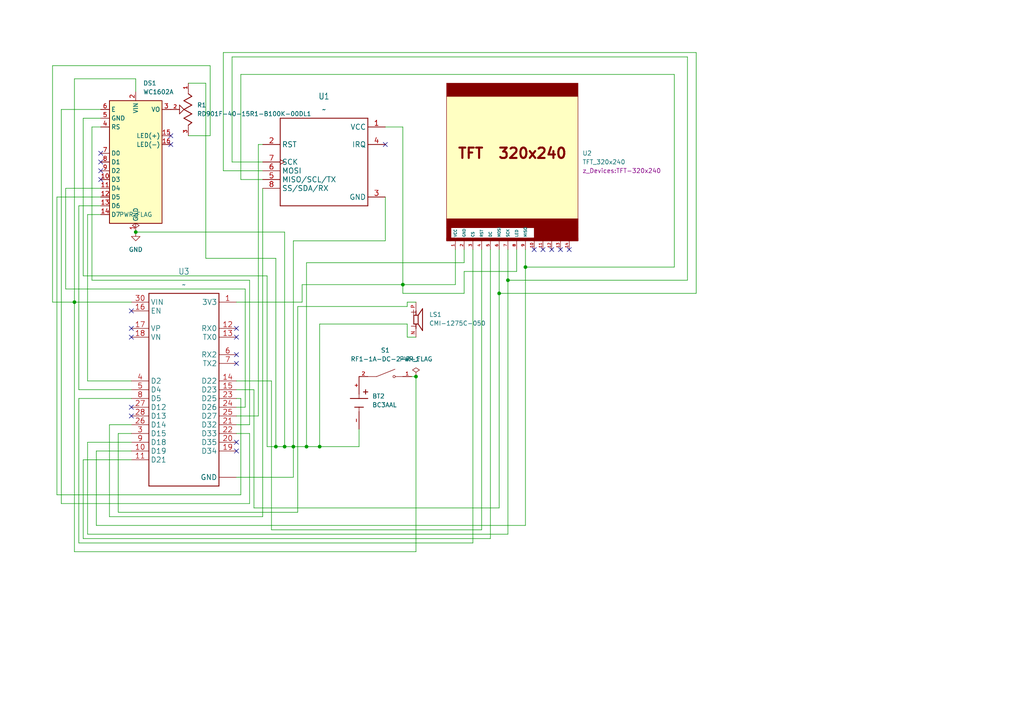
<source format=kicad_sch>
(kicad_sch
	(version 20250114)
	(generator "eeschema")
	(generator_version "9.0")
	(uuid "b7224304-d075-4146-b59d-2ac256f1f6c9")
	(paper "A4")
	(lib_symbols
		(symbol "BC3AAL:BC3AAL"
			(pin_names
				(offset 1.016)
			)
			(exclude_from_sim no)
			(in_bom yes)
			(on_board yes)
			(property "Reference" "BT"
				(at -3.81 3.81 0)
				(effects
					(font
						(size 1.27 1.27)
					)
					(justify left bottom)
				)
			)
			(property "Value" "BC3AAL"
				(at -3.81 -5.08 0)
				(effects
					(font
						(size 1.27 1.27)
					)
					(justify left bottom)
				)
			)
			(property "Footprint" "BC3AAL:BAT_BC3AAL"
				(at 0 0 0)
				(effects
					(font
						(size 1.27 1.27)
					)
					(justify bottom)
					(hide yes)
				)
			)
			(property "Datasheet" ""
				(at 0 0 0)
				(effects
					(font
						(size 1.27 1.27)
					)
					(hide yes)
				)
			)
			(property "Description" ""
				(at 0 0 0)
				(effects
					(font
						(size 1.27 1.27)
					)
					(hide yes)
				)
			)
			(property "MF" "MPD"
				(at 0 0 0)
				(effects
					(font
						(size 1.27 1.27)
					)
					(justify bottom)
					(hide yes)
				)
			)
			(property "MAXIMUM_PACKAGE_HEIGHT" "17.0mm"
				(at 0 0 0)
				(effects
					(font
						(size 1.27 1.27)
					)
					(justify bottom)
					(hide yes)
				)
			)
			(property "Package" "None"
				(at 0 0 0)
				(effects
					(font
						(size 1.27 1.27)
					)
					(justify bottom)
					(hide yes)
				)
			)
			(property "Price" "None"
				(at 0 0 0)
				(effects
					(font
						(size 1.27 1.27)
					)
					(justify bottom)
					(hide yes)
				)
			)
			(property "Check_prices" "https://www.snapeda.com/parts/BC3AAL/MPD/view-part/?ref=eda"
				(at 0 0 0)
				(effects
					(font
						(size 1.27 1.27)
					)
					(justify bottom)
					(hide yes)
				)
			)
			(property "STANDARD" "Manufacturer Recommendations"
				(at 0 0 0)
				(effects
					(font
						(size 1.27 1.27)
					)
					(justify bottom)
					(hide yes)
				)
			)
			(property "PARTREV" "J"
				(at 0 0 0)
				(effects
					(font
						(size 1.27 1.27)
					)
					(justify bottom)
					(hide yes)
				)
			)
			(property "SnapEDA_Link" "https://www.snapeda.com/parts/BC3AAL/MPD/view-part/?ref=snap"
				(at 0 0 0)
				(effects
					(font
						(size 1.27 1.27)
					)
					(justify bottom)
					(hide yes)
				)
			)
			(property "MP" "BC3AAL"
				(at 0 0 0)
				(effects
					(font
						(size 1.27 1.27)
					)
					(justify bottom)
					(hide yes)
				)
			)
			(property "Description_1" "Battery Holder (Open) AA 3 Cell Solder Lug"
				(at 0 0 0)
				(effects
					(font
						(size 1.27 1.27)
					)
					(justify bottom)
					(hide yes)
				)
			)
			(property "Availability" "In Stock"
				(at 0 0 0)
				(effects
					(font
						(size 1.27 1.27)
					)
					(justify bottom)
					(hide yes)
				)
			)
			(property "MANUFACTURER" "MPD"
				(at 0 0 0)
				(effects
					(font
						(size 1.27 1.27)
					)
					(justify bottom)
					(hide yes)
				)
			)
			(symbol "BC3AAL_0_0"
				(polyline
					(pts
						(xy -3.81 1.905) (xy -2.54 1.905)
					)
					(stroke
						(width 0.254)
						(type default)
					)
					(fill
						(type none)
					)
				)
				(polyline
					(pts
						(xy -3.175 2.54) (xy -3.175 1.27)
					)
					(stroke
						(width 0.254)
						(type default)
					)
					(fill
						(type none)
					)
				)
				(polyline
					(pts
						(xy -1.27 2.54) (xy -1.27 0)
					)
					(stroke
						(width 0.254)
						(type default)
					)
					(fill
						(type none)
					)
				)
				(polyline
					(pts
						(xy -1.27 0) (xy -2.54 0)
					)
					(stroke
						(width 0.1524)
						(type default)
					)
					(fill
						(type none)
					)
				)
				(polyline
					(pts
						(xy -1.27 0) (xy -1.27 -2.54)
					)
					(stroke
						(width 0.254)
						(type default)
					)
					(fill
						(type none)
					)
				)
				(polyline
					(pts
						(xy 1.27 1.27) (xy 1.27 0)
					)
					(stroke
						(width 0.254)
						(type default)
					)
					(fill
						(type none)
					)
				)
				(polyline
					(pts
						(xy 1.27 0) (xy 1.27 -1.27)
					)
					(stroke
						(width 0.254)
						(type default)
					)
					(fill
						(type none)
					)
				)
				(polyline
					(pts
						(xy 1.27 0) (xy 2.54 0)
					)
					(stroke
						(width 0.1524)
						(type default)
					)
					(fill
						(type none)
					)
				)
				(pin passive line
					(at -7.62 0 0)
					(length 5.08)
					(name "~"
						(effects
							(font
								(size 1.016 1.016)
							)
						)
					)
					(number "+"
						(effects
							(font
								(size 1.016 1.016)
							)
						)
					)
				)
				(pin passive line
					(at 7.62 0 180)
					(length 5.08)
					(name "~"
						(effects
							(font
								(size 1.016 1.016)
							)
						)
					)
					(number "-"
						(effects
							(font
								(size 1.016 1.016)
							)
						)
					)
				)
			)
			(embedded_fonts no)
		)
		(symbol "CEG006900:CEG006900"
			(exclude_from_sim no)
			(in_bom yes)
			(on_board yes)
			(property "Reference" "U"
				(at -12.7 15.24 0)
				(effects
					(font
						(size 1.778 1.5113)
					)
					(justify left top)
				)
			)
			(property "Value" ""
				(at -12.7 -15.24 0)
				(effects
					(font
						(size 1.778 1.5113)
					)
					(justify left bottom)
				)
			)
			(property "Footprint" "CEG006900:MODULE_CEG006900"
				(at 0 0 0)
				(effects
					(font
						(size 1.27 1.27)
					)
					(hide yes)
				)
			)
			(property "Datasheet" ""
				(at 0 0 0)
				(effects
					(font
						(size 1.27 1.27)
					)
					(hide yes)
				)
			)
			(property "Description" "https://pricing.snapeda.com/parts/CEG006900/YKS/view-part?ref=eda Check availability"
				(at 0 0 0)
				(effects
					(font
						(size 1.27 1.27)
					)
					(hide yes)
				)
			)
			(property "ki_locked" ""
				(at 0 0 0)
				(effects
					(font
						(size 1.27 1.27)
					)
				)
			)
			(symbol "CEG006900_1_0"
				(polyline
					(pts
						(xy -12.7 12.7) (xy 12.7 12.7)
					)
					(stroke
						(width 0.254)
						(type solid)
					)
					(fill
						(type none)
					)
				)
				(polyline
					(pts
						(xy -12.7 -12.7) (xy -12.7 12.7)
					)
					(stroke
						(width 0.254)
						(type solid)
					)
					(fill
						(type none)
					)
				)
				(polyline
					(pts
						(xy 12.7 12.7) (xy 12.7 -12.7)
					)
					(stroke
						(width 0.254)
						(type solid)
					)
					(fill
						(type none)
					)
				)
				(polyline
					(pts
						(xy 12.7 -12.7) (xy -12.7 -12.7)
					)
					(stroke
						(width 0.254)
						(type solid)
					)
					(fill
						(type none)
					)
				)
				(pin input line
					(at -17.78 5.08 0)
					(length 5.08)
					(name "RST"
						(effects
							(font
								(size 1.524 1.524)
							)
						)
					)
					(number "2"
						(effects
							(font
								(size 1.524 1.524)
							)
						)
					)
				)
				(pin input clock
					(at -17.78 0 0)
					(length 5.08)
					(name "SCK"
						(effects
							(font
								(size 1.524 1.524)
							)
						)
					)
					(number "7"
						(effects
							(font
								(size 1.524 1.524)
							)
						)
					)
				)
				(pin input line
					(at -17.78 -2.54 0)
					(length 5.08)
					(name "MOSI"
						(effects
							(font
								(size 1.524 1.524)
							)
						)
					)
					(number "6"
						(effects
							(font
								(size 1.524 1.524)
							)
						)
					)
				)
				(pin bidirectional line
					(at -17.78 -5.08 0)
					(length 5.08)
					(name "MISO/SCL/TX"
						(effects
							(font
								(size 1.524 1.524)
							)
						)
					)
					(number "5"
						(effects
							(font
								(size 1.524 1.524)
							)
						)
					)
				)
				(pin bidirectional line
					(at -17.78 -7.62 0)
					(length 5.08)
					(name "SS/SDA/RX"
						(effects
							(font
								(size 1.524 1.524)
							)
						)
					)
					(number "8"
						(effects
							(font
								(size 1.524 1.524)
							)
						)
					)
				)
				(pin power_in line
					(at 17.78 10.16 180)
					(length 5.08)
					(name "VCC"
						(effects
							(font
								(size 1.524 1.524)
							)
						)
					)
					(number "1"
						(effects
							(font
								(size 1.524 1.524)
							)
						)
					)
				)
				(pin output line
					(at 17.78 5.08 180)
					(length 5.08)
					(name "IRQ"
						(effects
							(font
								(size 1.524 1.524)
							)
						)
					)
					(number "4"
						(effects
							(font
								(size 1.524 1.524)
							)
						)
					)
				)
				(pin power_in line
					(at 17.78 -10.16 180)
					(length 5.08)
					(name "GND"
						(effects
							(font
								(size 1.524 1.524)
							)
						)
					)
					(number "3"
						(effects
							(font
								(size 1.524 1.524)
							)
						)
					)
				)
			)
			(embedded_fonts no)
		)
		(symbol "CMI-1275C-050:CMI-1275C-050"
			(pin_names
				(offset 1.016)
			)
			(exclude_from_sim no)
			(in_bom yes)
			(on_board yes)
			(property "Reference" "LS"
				(at -3.8237 8.922 0)
				(effects
					(font
						(size 1.27 1.27)
					)
					(justify left bottom)
				)
			)
			(property "Value" "CMI-1275C-050"
				(at -3.8225 -11.4677 0)
				(effects
					(font
						(size 1.27 1.27)
					)
					(justify left bottom)
				)
			)
			(property "Footprint" "CMI-1275C-050:CUI_CMI-1275C-050"
				(at 0 0 0)
				(effects
					(font
						(size 1.27 1.27)
					)
					(justify bottom)
					(hide yes)
				)
			)
			(property "Datasheet" ""
				(at 0 0 0)
				(effects
					(font
						(size 1.27 1.27)
					)
					(hide yes)
				)
			)
			(property "Description" "12 mm, 5 Vdc, 90 dB, 3.1 kHz, Through Hole, Magnetic Audio Indicator Buzzer"
				(at 0 0 0)
				(effects
					(font
						(size 1.27 1.27)
					)
					(justify bottom)
					(hide yes)
				)
			)
			(property "MF" "Same Sky"
				(at 0 0 0)
				(effects
					(font
						(size 1.27 1.27)
					)
					(justify bottom)
					(hide yes)
				)
			)
			(property "PACKAGE" "CUI"
				(at 0 0 0)
				(effects
					(font
						(size 1.27 1.27)
					)
					(justify bottom)
					(hide yes)
				)
			)
			(property "PRICE" "1.16 USD"
				(at 0 0 0)
				(effects
					(font
						(size 1.27 1.27)
					)
					(justify bottom)
					(hide yes)
				)
			)
			(property "Package" "None"
				(at 0 0 0)
				(effects
					(font
						(size 1.27 1.27)
					)
					(justify bottom)
					(hide yes)
				)
			)
			(property "Check_prices" "https://www.snapeda.com/parts/CMI-1275C-050/Same+Sky/view-part/?ref=eda"
				(at 0 0 0)
				(effects
					(font
						(size 1.27 1.27)
					)
					(justify bottom)
					(hide yes)
				)
			)
			(property "Price" "None"
				(at 0 0 0)
				(effects
					(font
						(size 1.27 1.27)
					)
					(justify bottom)
					(hide yes)
				)
			)
			(property "SnapEDA_Link" "https://www.snapeda.com/parts/CMI-1275C-050/Same+Sky/view-part/?ref=snap"
				(at 0 0 0)
				(effects
					(font
						(size 1.27 1.27)
					)
					(justify bottom)
					(hide yes)
				)
			)
			(property "MP" "CMI-1275C-050"
				(at 0 0 0)
				(effects
					(font
						(size 1.27 1.27)
					)
					(justify bottom)
					(hide yes)
				)
			)
			(property "Availability" "In Stock"
				(at 0 0 0)
				(effects
					(font
						(size 1.27 1.27)
					)
					(justify bottom)
					(hide yes)
				)
			)
			(property "AVAILABILITY" "Good"
				(at 0 0 0)
				(effects
					(font
						(size 1.27 1.27)
					)
					(justify bottom)
					(hide yes)
				)
			)
			(property "Description_1" "12 mm, 5 Vdc, 90 dB, 3.1 kHz, Through Hole, Magnetic Audio Indicator Buzzer"
				(at 0 0 0)
				(effects
					(font
						(size 1.27 1.27)
					)
					(justify bottom)
					(hide yes)
				)
			)
			(symbol "CMI-1275C-050_0_0"
				(polyline
					(pts
						(xy -0.635 1.27) (xy 0 1.27)
					)
					(stroke
						(width 0.254)
						(type default)
					)
					(fill
						(type none)
					)
				)
				(polyline
					(pts
						(xy -0.635 -1.27) (xy -0.635 1.27)
					)
					(stroke
						(width 0.254)
						(type default)
					)
					(fill
						(type none)
					)
				)
				(polyline
					(pts
						(xy 0 1.27) (xy 0 2.54)
					)
					(stroke
						(width 0.254)
						(type default)
					)
					(fill
						(type none)
					)
				)
				(polyline
					(pts
						(xy 0 1.27) (xy 0.635 1.27)
					)
					(stroke
						(width 0.254)
						(type default)
					)
					(fill
						(type none)
					)
				)
				(polyline
					(pts
						(xy 0 -1.27) (xy -0.635 -1.27)
					)
					(stroke
						(width 0.254)
						(type default)
					)
					(fill
						(type none)
					)
				)
				(polyline
					(pts
						(xy 0 -1.27) (xy 0 -2.54)
					)
					(stroke
						(width 0.254)
						(type default)
					)
					(fill
						(type none)
					)
				)
				(polyline
					(pts
						(xy 0.635 1.27) (xy 0.635 -1.27)
					)
					(stroke
						(width 0.254)
						(type default)
					)
					(fill
						(type none)
					)
				)
				(polyline
					(pts
						(xy 0.635 1.27) (xy 1.905 3.175)
					)
					(stroke
						(width 0.254)
						(type default)
					)
					(fill
						(type none)
					)
				)
				(polyline
					(pts
						(xy 0.635 -1.27) (xy 0 -1.27)
					)
					(stroke
						(width 0.254)
						(type default)
					)
					(fill
						(type none)
					)
				)
				(polyline
					(pts
						(xy 1.905 3.175) (xy 1.905 -3.175)
					)
					(stroke
						(width 0.254)
						(type default)
					)
					(fill
						(type none)
					)
				)
				(polyline
					(pts
						(xy 1.905 -3.175) (xy 0.635 -1.27)
					)
					(stroke
						(width 0.254)
						(type default)
					)
					(fill
						(type none)
					)
				)
				(text "+"
					(at -1.9065 1.271 0)
					(effects
						(font
							(size 1.7794 1.7794)
						)
						(justify left bottom)
					)
				)
				(text "-"
					(at -1.9065 -2.7951 0)
					(effects
						(font
							(size 1.7794 1.7794)
						)
						(justify left bottom)
					)
				)
				(pin passive line
					(at 0 5.08 270)
					(length 2.54)
					(name "~"
						(effects
							(font
								(size 1.016 1.016)
							)
						)
					)
					(number "P"
						(effects
							(font
								(size 1.016 1.016)
							)
						)
					)
				)
				(pin passive line
					(at 0 -5.08 90)
					(length 2.54)
					(name "~"
						(effects
							(font
								(size 1.016 1.016)
							)
						)
					)
					(number "N"
						(effects
							(font
								(size 1.016 1.016)
							)
						)
					)
				)
			)
			(embedded_fonts no)
		)
		(symbol "Display_Character:WC1602A"
			(exclude_from_sim no)
			(in_bom yes)
			(on_board yes)
			(property "Reference" "DS1"
				(at 2.1433 22.86 0)
				(effects
					(font
						(size 1.27 1.27)
					)
					(justify left)
				)
			)
			(property "Value" "WC1602A"
				(at 2.1433 20.32 0)
				(effects
					(font
						(size 1.27 1.27)
					)
					(justify left)
				)
			)
			(property "Footprint" "Display:WC1602A"
				(at 0 -22.86 0)
				(effects
					(font
						(size 1.27 1.27)
						(italic yes)
					)
					(hide yes)
				)
			)
			(property "Datasheet" "http://www.wincomlcd.com/pdf/WC1602A-SFYLYHTC06.pdf"
				(at 17.78 0 0)
				(effects
					(font
						(size 1.27 1.27)
					)
					(hide yes)
				)
			)
			(property "Description" "LCD 16x2 Alphanumeric , 8 bit parallel bus, 5V VDD"
				(at 0 0 0)
				(effects
					(font
						(size 1.27 1.27)
					)
					(hide yes)
				)
			)
			(property "ki_keywords" "display LCD dot-matrix"
				(at 0 0 0)
				(effects
					(font
						(size 1.27 1.27)
					)
					(hide yes)
				)
			)
			(property "ki_fp_filters" "*WC*1602A*"
				(at 0 0 0)
				(effects
					(font
						(size 1.27 1.27)
					)
					(hide yes)
				)
			)
			(symbol "WC1602A_1_1"
				(rectangle
					(start -7.62 17.78)
					(end 7.62 -17.78)
					(stroke
						(width 0.254)
						(type default)
					)
					(fill
						(type background)
					)
				)
				(pin input line
					(at -10.16 15.24 0)
					(length 2.54)
					(name "E"
						(effects
							(font
								(size 1.27 1.27)
							)
						)
					)
					(number "6"
						(effects
							(font
								(size 1.27 1.27)
							)
						)
					)
				)
				(pin input line
					(at -10.16 12.7 0)
					(length 2.54)
					(name "GND"
						(effects
							(font
								(size 1.27 1.27)
							)
						)
					)
					(number "5"
						(effects
							(font
								(size 1.27 1.27)
							)
						)
					)
				)
				(pin input line
					(at -10.16 10.16 0)
					(length 2.54)
					(name "RS"
						(effects
							(font
								(size 1.27 1.27)
							)
						)
					)
					(number "4"
						(effects
							(font
								(size 1.27 1.27)
							)
						)
					)
				)
				(pin input line
					(at -10.16 2.54 0)
					(length 2.54)
					(name "D0"
						(effects
							(font
								(size 1.27 1.27)
							)
						)
					)
					(number "7"
						(effects
							(font
								(size 1.27 1.27)
							)
						)
					)
				)
				(pin input line
					(at -10.16 0 0)
					(length 2.54)
					(name "D1"
						(effects
							(font
								(size 1.27 1.27)
							)
						)
					)
					(number "8"
						(effects
							(font
								(size 1.27 1.27)
							)
						)
					)
				)
				(pin input line
					(at -10.16 -2.54 0)
					(length 2.54)
					(name "D2"
						(effects
							(font
								(size 1.27 1.27)
							)
						)
					)
					(number "9"
						(effects
							(font
								(size 1.27 1.27)
							)
						)
					)
				)
				(pin input line
					(at -10.16 -5.08 0)
					(length 2.54)
					(name "D3"
						(effects
							(font
								(size 1.27 1.27)
							)
						)
					)
					(number "10"
						(effects
							(font
								(size 1.27 1.27)
							)
						)
					)
				)
				(pin input line
					(at -10.16 -7.62 0)
					(length 2.54)
					(name "D4"
						(effects
							(font
								(size 1.27 1.27)
							)
						)
					)
					(number "11"
						(effects
							(font
								(size 1.27 1.27)
							)
						)
					)
				)
				(pin input line
					(at -10.16 -10.16 0)
					(length 2.54)
					(name "D5"
						(effects
							(font
								(size 1.27 1.27)
							)
						)
					)
					(number "12"
						(effects
							(font
								(size 1.27 1.27)
							)
						)
					)
				)
				(pin input line
					(at -10.16 -12.7 0)
					(length 2.54)
					(name "D6"
						(effects
							(font
								(size 1.27 1.27)
							)
						)
					)
					(number "13"
						(effects
							(font
								(size 1.27 1.27)
							)
						)
					)
				)
				(pin input line
					(at -10.16 -15.24 0)
					(length 2.54)
					(name "D7"
						(effects
							(font
								(size 1.27 1.27)
							)
						)
					)
					(number "14"
						(effects
							(font
								(size 1.27 1.27)
							)
						)
					)
				)
				(pin power_in line
					(at 0 20.32 270)
					(length 2.54)
					(name "VIN"
						(effects
							(font
								(size 1.27 1.27)
							)
						)
					)
					(number "2"
						(effects
							(font
								(size 1.27 1.27)
							)
						)
					)
				)
				(pin power_in line
					(at 0 -20.32 90)
					(length 2.54)
					(name "GND"
						(effects
							(font
								(size 1.27 1.27)
							)
						)
					)
					(number "1"
						(effects
							(font
								(size 1.27 1.27)
							)
						)
					)
				)
				(pin input line
					(at 10.16 15.24 180)
					(length 2.54)
					(name "VO"
						(effects
							(font
								(size 1.27 1.27)
							)
						)
					)
					(number "3"
						(effects
							(font
								(size 1.27 1.27)
							)
						)
					)
				)
				(pin power_in line
					(at 10.16 7.62 180)
					(length 2.54)
					(name "LED(+)"
						(effects
							(font
								(size 1.27 1.27)
							)
						)
					)
					(number "15"
						(effects
							(font
								(size 1.27 1.27)
							)
						)
					)
				)
				(pin power_in line
					(at 10.16 5.08 180)
					(length 2.54)
					(name "LED(-)"
						(effects
							(font
								(size 1.27 1.27)
							)
						)
					)
					(number "16"
						(effects
							(font
								(size 1.27 1.27)
							)
						)
					)
				)
			)
			(embedded_fonts no)
		)
		(symbol "ESP32-DEVKIT-V1:ESP32-DEVKIT-V1"
			(exclude_from_sim no)
			(in_bom yes)
			(on_board yes)
			(property "Reference" "U3"
				(at 0 34.29 0)
				(effects
					(font
						(size 1.778 1.5113)
					)
				)
			)
			(property "Value" "~"
				(at 0 30.48 0)
				(effects
					(font
						(size 1.778 1.5113)
					)
				)
			)
			(property "Footprint" "ESP32-DEVKIT-V1:MODULE_ESP32_DEVKIT_V1"
				(at 0 0 0)
				(effects
					(font
						(size 1.27 1.27)
					)
					(hide yes)
				)
			)
			(property "Datasheet" ""
				(at 0 0 0)
				(effects
					(font
						(size 1.27 1.27)
					)
					(hide yes)
				)
			)
			(property "Description" "https://pricing.snapeda.com/parts/ESP32-DEVKIT-V1/Do%20it/view-part?ref=eda Check availability"
				(at 0 0 0)
				(effects
					(font
						(size 1.27 1.27)
					)
					(hide yes)
				)
			)
			(property "ki_locked" ""
				(at 0 0 0)
				(effects
					(font
						(size 1.27 1.27)
					)
				)
			)
			(symbol "ESP32-DEVKIT-V1_1_0"
				(polyline
					(pts
						(xy -10.16 27.94) (xy 10.16 27.94)
					)
					(stroke
						(width 0.254)
						(type solid)
					)
					(fill
						(type none)
					)
				)
				(polyline
					(pts
						(xy -10.16 -27.94) (xy -10.16 27.94)
					)
					(stroke
						(width 0.254)
						(type solid)
					)
					(fill
						(type none)
					)
				)
				(polyline
					(pts
						(xy 10.16 27.94) (xy 10.16 -27.94)
					)
					(stroke
						(width 0.254)
						(type solid)
					)
					(fill
						(type none)
					)
				)
				(polyline
					(pts
						(xy 10.16 -27.94) (xy -10.16 -27.94)
					)
					(stroke
						(width 0.254)
						(type solid)
					)
					(fill
						(type none)
					)
				)
				(pin input line
					(at -15.24 25.4 0)
					(length 5.08)
					(name "VIN"
						(effects
							(font
								(size 1.524 1.524)
							)
						)
					)
					(number "30"
						(effects
							(font
								(size 1.524 1.524)
							)
						)
					)
				)
				(pin input line
					(at -15.24 22.86 0)
					(length 5.08)
					(name "EN"
						(effects
							(font
								(size 1.524 1.524)
							)
						)
					)
					(number "16"
						(effects
							(font
								(size 1.524 1.524)
							)
						)
					)
				)
				(pin bidirectional line
					(at -15.24 17.78 0)
					(length 5.08)
					(name "VP"
						(effects
							(font
								(size 1.524 1.524)
							)
						)
					)
					(number "17"
						(effects
							(font
								(size 1.524 1.524)
							)
						)
					)
				)
				(pin bidirectional line
					(at -15.24 15.24 0)
					(length 5.08)
					(name "VN"
						(effects
							(font
								(size 1.524 1.524)
							)
						)
					)
					(number "18"
						(effects
							(font
								(size 1.524 1.524)
							)
						)
					)
				)
				(pin bidirectional line
					(at -15.24 2.54 0)
					(length 5.08)
					(name "D2"
						(effects
							(font
								(size 1.524 1.524)
							)
						)
					)
					(number "4"
						(effects
							(font
								(size 1.524 1.524)
							)
						)
					)
				)
				(pin bidirectional line
					(at -15.24 0 0)
					(length 5.08)
					(name "D4"
						(effects
							(font
								(size 1.524 1.524)
							)
						)
					)
					(number "5"
						(effects
							(font
								(size 1.524 1.524)
							)
						)
					)
				)
				(pin bidirectional line
					(at -15.24 -2.54 0)
					(length 5.08)
					(name "D5"
						(effects
							(font
								(size 1.524 1.524)
							)
						)
					)
					(number "8"
						(effects
							(font
								(size 1.524 1.524)
							)
						)
					)
				)
				(pin bidirectional line
					(at -15.24 -5.08 0)
					(length 5.08)
					(name "D12"
						(effects
							(font
								(size 1.524 1.524)
							)
						)
					)
					(number "27"
						(effects
							(font
								(size 1.524 1.524)
							)
						)
					)
				)
				(pin bidirectional line
					(at -15.24 -7.62 0)
					(length 5.08)
					(name "D13"
						(effects
							(font
								(size 1.524 1.524)
							)
						)
					)
					(number "28"
						(effects
							(font
								(size 1.524 1.524)
							)
						)
					)
				)
				(pin bidirectional line
					(at -15.24 -10.16 0)
					(length 5.08)
					(name "D14"
						(effects
							(font
								(size 1.524 1.524)
							)
						)
					)
					(number "26"
						(effects
							(font
								(size 1.524 1.524)
							)
						)
					)
				)
				(pin bidirectional line
					(at -15.24 -12.7 0)
					(length 5.08)
					(name "D15"
						(effects
							(font
								(size 1.524 1.524)
							)
						)
					)
					(number "3"
						(effects
							(font
								(size 1.524 1.524)
							)
						)
					)
				)
				(pin bidirectional line
					(at -15.24 -15.24 0)
					(length 5.08)
					(name "D18"
						(effects
							(font
								(size 1.524 1.524)
							)
						)
					)
					(number "9"
						(effects
							(font
								(size 1.524 1.524)
							)
						)
					)
				)
				(pin bidirectional line
					(at -15.24 -17.78 0)
					(length 5.08)
					(name "D19"
						(effects
							(font
								(size 1.524 1.524)
							)
						)
					)
					(number "10"
						(effects
							(font
								(size 1.524 1.524)
							)
						)
					)
				)
				(pin bidirectional line
					(at -15.24 -20.32 0)
					(length 5.08)
					(name "D21"
						(effects
							(font
								(size 1.524 1.524)
							)
						)
					)
					(number "11"
						(effects
							(font
								(size 1.524 1.524)
							)
						)
					)
				)
				(pin power_out line
					(at 15.24 25.4 180)
					(length 5.08)
					(name "3V3"
						(effects
							(font
								(size 1.524 1.524)
							)
						)
					)
					(number "1"
						(effects
							(font
								(size 1.524 1.524)
							)
						)
					)
				)
				(pin input line
					(at 15.24 17.78 180)
					(length 5.08)
					(name "RX0"
						(effects
							(font
								(size 1.524 1.524)
							)
						)
					)
					(number "12"
						(effects
							(font
								(size 1.524 1.524)
							)
						)
					)
				)
				(pin output line
					(at 15.24 15.24 180)
					(length 5.08)
					(name "TX0"
						(effects
							(font
								(size 1.524 1.524)
							)
						)
					)
					(number "13"
						(effects
							(font
								(size 1.524 1.524)
							)
						)
					)
				)
				(pin input line
					(at 15.24 10.16 180)
					(length 5.08)
					(name "RX2"
						(effects
							(font
								(size 1.524 1.524)
							)
						)
					)
					(number "6"
						(effects
							(font
								(size 1.524 1.524)
							)
						)
					)
				)
				(pin output line
					(at 15.24 7.62 180)
					(length 5.08)
					(name "TX2"
						(effects
							(font
								(size 1.524 1.524)
							)
						)
					)
					(number "7"
						(effects
							(font
								(size 1.524 1.524)
							)
						)
					)
				)
				(pin bidirectional line
					(at 15.24 2.54 180)
					(length 5.08)
					(name "D22"
						(effects
							(font
								(size 1.524 1.524)
							)
						)
					)
					(number "14"
						(effects
							(font
								(size 1.524 1.524)
							)
						)
					)
				)
				(pin bidirectional line
					(at 15.24 0 180)
					(length 5.08)
					(name "D23"
						(effects
							(font
								(size 1.524 1.524)
							)
						)
					)
					(number "15"
						(effects
							(font
								(size 1.524 1.524)
							)
						)
					)
				)
				(pin bidirectional line
					(at 15.24 -2.54 180)
					(length 5.08)
					(name "D25"
						(effects
							(font
								(size 1.524 1.524)
							)
						)
					)
					(number "23"
						(effects
							(font
								(size 1.524 1.524)
							)
						)
					)
				)
				(pin bidirectional line
					(at 15.24 -5.08 180)
					(length 5.08)
					(name "D26"
						(effects
							(font
								(size 1.524 1.524)
							)
						)
					)
					(number "24"
						(effects
							(font
								(size 1.524 1.524)
							)
						)
					)
				)
				(pin bidirectional line
					(at 15.24 -7.62 180)
					(length 5.08)
					(name "D27"
						(effects
							(font
								(size 1.524 1.524)
							)
						)
					)
					(number "25"
						(effects
							(font
								(size 1.524 1.524)
							)
						)
					)
				)
				(pin bidirectional line
					(at 15.24 -10.16 180)
					(length 5.08)
					(name "D32"
						(effects
							(font
								(size 1.524 1.524)
							)
						)
					)
					(number "21"
						(effects
							(font
								(size 1.524 1.524)
							)
						)
					)
				)
				(pin bidirectional line
					(at 15.24 -12.7 180)
					(length 5.08)
					(name "D33"
						(effects
							(font
								(size 1.524 1.524)
							)
						)
					)
					(number "22"
						(effects
							(font
								(size 1.524 1.524)
							)
						)
					)
				)
				(pin bidirectional line
					(at 15.24 -15.24 180)
					(length 5.08)
					(name "D35"
						(effects
							(font
								(size 1.524 1.524)
							)
						)
					)
					(number "20"
						(effects
							(font
								(size 1.524 1.524)
							)
						)
					)
				)
				(pin bidirectional line
					(at 15.24 -17.78 180)
					(length 5.08)
					(name "D34"
						(effects
							(font
								(size 1.524 1.524)
							)
						)
					)
					(number "19"
						(effects
							(font
								(size 1.524 1.524)
							)
						)
					)
				)
				(pin power_in line
					(at 15.24 -25.4 180)
					(length 5.08)
					(name "GND"
						(effects
							(font
								(size 1.524 1.524)
							)
						)
					)
					(number "2"
						(effects
							(font
								(size 0 0)
							)
						)
					)
				)
				(pin power_in line
					(at 15.24 -25.4 180)
					(length 5.08)
					(name "GND"
						(effects
							(font
								(size 1.524 1.524)
							)
						)
					)
					(number "29"
						(effects
							(font
								(size 0 0)
							)
						)
					)
				)
			)
			(embedded_fonts no)
		)
		(symbol "RD901F-40-15R1-B100K-00DL1:RD901F-40-15R1-B100K-00DL1"
			(pin_names
				(offset 1.016)
			)
			(exclude_from_sim no)
			(in_bom yes)
			(on_board yes)
			(property "Reference" "R"
				(at -5.08 5.08 0)
				(effects
					(font
						(size 1.27 1.27)
					)
					(justify left bottom)
				)
			)
			(property "Value" "RD901F-40-15R1-B100K-00DL1"
				(at -5.08 2.54 0)
				(effects
					(font
						(size 1.27 1.27)
					)
					(justify left bottom)
				)
			)
			(property "Footprint" "RD901F-40-15R1-B100K-00DL1:POT_RD901F-40-15R1-B100K-00DL1"
				(at 0 0 0)
				(effects
					(font
						(size 1.27 1.27)
					)
					(justify bottom)
					(hide yes)
				)
			)
			(property "Datasheet" ""
				(at 0 0 0)
				(effects
					(font
						(size 1.27 1.27)
					)
					(hide yes)
				)
			)
			(property "Description" ""
				(at 0 0 0)
				(effects
					(font
						(size 1.27 1.27)
					)
					(hide yes)
				)
			)
			(property "MF" "Alpha (Taiwan)"
				(at 0 0 0)
				(effects
					(font
						(size 1.27 1.27)
					)
					(justify bottom)
					(hide yes)
				)
			)
			(property "MAXIMUM_PACKAGE_HEIGHT" "25.00 mm"
				(at 0 0 0)
				(effects
					(font
						(size 1.27 1.27)
					)
					(justify bottom)
					(hide yes)
				)
			)
			(property "Package" "None"
				(at 0 0 0)
				(effects
					(font
						(size 1.27 1.27)
					)
					(justify bottom)
					(hide yes)
				)
			)
			(property "Price" "None"
				(at 0 0 0)
				(effects
					(font
						(size 1.27 1.27)
					)
					(justify bottom)
					(hide yes)
				)
			)
			(property "Check_prices" "https://www.snapeda.com/parts/RD901F-40-15R1-B100K-00DL1/Alpha/view-part/?ref=eda"
				(at 0 0 0)
				(effects
					(font
						(size 1.27 1.27)
					)
					(justify bottom)
					(hide yes)
				)
			)
			(property "STANDARD" "Manufacturer recommendations"
				(at 0 0 0)
				(effects
					(font
						(size 1.27 1.27)
					)
					(justify bottom)
					(hide yes)
				)
			)
			(property "PARTREV" "10/5/23"
				(at 0 0 0)
				(effects
					(font
						(size 1.27 1.27)
					)
					(justify bottom)
					(hide yes)
				)
			)
			(property "SnapEDA_Link" "https://www.snapeda.com/parts/RD901F-40-15R1-B100K-00DL1/Alpha/view-part/?ref=snap"
				(at 0 0 0)
				(effects
					(font
						(size 1.27 1.27)
					)
					(justify bottom)
					(hide yes)
				)
			)
			(property "MP" "RD901F-40-15R1-B100K-00DL1"
				(at 0 0 0)
				(effects
					(font
						(size 1.27 1.27)
					)
					(justify bottom)
					(hide yes)
				)
			)
			(property "Description_1" "Potentiometers 9mm Linear 100K Round Shaft"
				(at 0 0 0)
				(effects
					(font
						(size 1.27 1.27)
					)
					(justify bottom)
					(hide yes)
				)
			)
			(property "Availability" "Not in stock"
				(at 0 0 0)
				(effects
					(font
						(size 1.27 1.27)
					)
					(justify bottom)
					(hide yes)
				)
			)
			(property "MANUFACTURER" "Alpha Taiwan"
				(at 0 0 0)
				(effects
					(font
						(size 1.27 1.27)
					)
					(justify bottom)
					(hide yes)
				)
			)
			(symbol "RD901F-40-15R1-B100K-00DL1_0_0"
				(polyline
					(pts
						(xy -5.08 0) (xy -4.572 0)
					)
					(stroke
						(width 0.1524)
						(type default)
					)
					(fill
						(type none)
					)
				)
				(polyline
					(pts
						(xy -4.572 0) (xy -3.81 1.016)
					)
					(stroke
						(width 0.254)
						(type default)
					)
					(fill
						(type none)
					)
				)
				(polyline
					(pts
						(xy -3.81 1.016) (xy -2.54 -1.27)
					)
					(stroke
						(width 0.254)
						(type default)
					)
					(fill
						(type none)
					)
				)
				(polyline
					(pts
						(xy -2.54 -1.27) (xy -1.27 1.016)
					)
					(stroke
						(width 0.254)
						(type default)
					)
					(fill
						(type none)
					)
				)
				(polyline
					(pts
						(xy -1.27 1.016) (xy 0 -1.27)
					)
					(stroke
						(width 0.254)
						(type default)
					)
					(fill
						(type none)
					)
				)
				(polyline
					(pts
						(xy -1.27 -2.54) (xy 0 -1.27)
					)
					(stroke
						(width 0.2032)
						(type default)
					)
					(fill
						(type none)
					)
				)
				(polyline
					(pts
						(xy 0 -1.27) (xy 1.27 1.016)
					)
					(stroke
						(width 0.254)
						(type default)
					)
					(fill
						(type none)
					)
				)
				(polyline
					(pts
						(xy 0 -1.27) (xy 1.27 -2.54)
					)
					(stroke
						(width 0.2032)
						(type default)
					)
					(fill
						(type none)
					)
				)
				(polyline
					(pts
						(xy 1.27 1.016) (xy 2.54 -1.27)
					)
					(stroke
						(width 0.254)
						(type default)
					)
					(fill
						(type none)
					)
				)
				(polyline
					(pts
						(xy 1.27 -2.54) (xy -1.27 -2.54)
					)
					(stroke
						(width 0.2032)
						(type default)
					)
					(fill
						(type none)
					)
				)
				(polyline
					(pts
						(xy 2.54 -1.27) (xy 3.81 1.016)
					)
					(stroke
						(width 0.254)
						(type default)
					)
					(fill
						(type none)
					)
				)
				(polyline
					(pts
						(xy 3.81 1.016) (xy 4.572 0)
					)
					(stroke
						(width 0.254)
						(type default)
					)
					(fill
						(type none)
					)
				)
				(polyline
					(pts
						(xy 4.572 0) (xy 5.08 0)
					)
					(stroke
						(width 0.1524)
						(type default)
					)
					(fill
						(type none)
					)
				)
				(pin passive line
					(at -7.62 0 0)
					(length 2.54)
					(name "~"
						(effects
							(font
								(size 1.016 1.016)
							)
						)
					)
					(number "1"
						(effects
							(font
								(size 1.016 1.016)
							)
						)
					)
				)
				(pin passive line
					(at 0 -5.08 90)
					(length 2.54)
					(name "~"
						(effects
							(font
								(size 1.016 1.016)
							)
						)
					)
					(number "2"
						(effects
							(font
								(size 1.016 1.016)
							)
						)
					)
				)
				(pin passive line
					(at 7.62 0 180)
					(length 2.54)
					(name "~"
						(effects
							(font
								(size 1.016 1.016)
							)
						)
					)
					(number "3"
						(effects
							(font
								(size 1.016 1.016)
							)
						)
					)
				)
			)
			(embedded_fonts no)
		)
		(symbol "RF1-1A-DC-2-R-1:RF1-1A-DC-2-R-1"
			(pin_names
				(offset 1.016)
			)
			(exclude_from_sim no)
			(in_bom yes)
			(on_board yes)
			(property "Reference" "S"
				(at -3.81 2.54 0)
				(effects
					(font
						(size 1.27 1.27)
					)
					(justify left bottom)
				)
			)
			(property "Value" "RF1-1A-DC-2-R-1"
				(at -3.81 -2.54 0)
				(effects
					(font
						(size 1.27 1.27)
					)
					(justify left bottom)
				)
			)
			(property "Footprint" "RF1-1A-DC-2-R-1:SW_RF1-1A-DC-2-R-1"
				(at 0 0 0)
				(effects
					(font
						(size 1.27 1.27)
					)
					(justify bottom)
					(hide yes)
				)
			)
			(property "Datasheet" ""
				(at 0 0 0)
				(effects
					(font
						(size 1.27 1.27)
					)
					(hide yes)
				)
			)
			(property "Description" ""
				(at 0 0 0)
				(effects
					(font
						(size 1.27 1.27)
					)
					(hide yes)
				)
			)
			(property "MF" "Switch Components"
				(at 0 0 0)
				(effects
					(font
						(size 1.27 1.27)
					)
					(justify bottom)
					(hide yes)
				)
			)
			(property "MAXIMUM_PACKAGE_HEIGHT" "18.80 mm"
				(at 0 0 0)
				(effects
					(font
						(size 1.27 1.27)
					)
					(justify bottom)
					(hide yes)
				)
			)
			(property "Package" "None"
				(at 0 0 0)
				(effects
					(font
						(size 1.27 1.27)
					)
					(justify bottom)
					(hide yes)
				)
			)
			(property "Price" "None"
				(at 0 0 0)
				(effects
					(font
						(size 1.27 1.27)
					)
					(justify bottom)
					(hide yes)
				)
			)
			(property "Check_prices" "https://www.snapeda.com/parts/RF1-1A-DC-2-R-1/Switch+Components/view-part/?ref=eda"
				(at 0 0 0)
				(effects
					(font
						(size 1.27 1.27)
					)
					(justify bottom)
					(hide yes)
				)
			)
			(property "STANDARD" "IPC-7351B"
				(at 0 0 0)
				(effects
					(font
						(size 1.27 1.27)
					)
					(justify bottom)
					(hide yes)
				)
			)
			(property "PARTREV" "B"
				(at 0 0 0)
				(effects
					(font
						(size 1.27 1.27)
					)
					(justify bottom)
					(hide yes)
				)
			)
			(property "SnapEDA_Link" "https://www.snapeda.com/parts/RF1-1A-DC-2-R-1/Switch+Components/view-part/?ref=snap"
				(at 0 0 0)
				(effects
					(font
						(size 1.27 1.27)
					)
					(justify bottom)
					(hide yes)
				)
			)
			(property "MP" "RF1-1A-DC-2-R-1"
				(at 0 0 0)
				(effects
					(font
						(size 1.27 1.27)
					)
					(justify bottom)
					(hide yes)
				)
			)
			(property "Description_1" "Switch, Mini Rocker, 2P SPST OFF-ON, Red w/ Print, VDC | Switch Components RF1-1A-DC-2-R-1"
				(at 0 0 0)
				(effects
					(font
						(size 1.27 1.27)
					)
					(justify bottom)
					(hide yes)
				)
			)
			(property "Availability" "In Stock"
				(at 0 0 0)
				(effects
					(font
						(size 1.27 1.27)
					)
					(justify bottom)
					(hide yes)
				)
			)
			(property "MANUFACTURER" "Switch Components"
				(at 0 0 0)
				(effects
					(font
						(size 1.27 1.27)
					)
					(justify bottom)
					(hide yes)
				)
			)
			(symbol "RF1-1A-DC-2-R-1_0_0"
				(polyline
					(pts
						(xy -2.54 0) (xy -5.08 0)
					)
					(stroke
						(width 0.1524)
						(type default)
					)
					(fill
						(type none)
					)
				)
				(polyline
					(pts
						(xy -2.54 0) (xy 2.794 2.1336)
					)
					(stroke
						(width 0.1524)
						(type default)
					)
					(fill
						(type none)
					)
				)
				(circle
					(center 2.54 0)
					(radius 0.3302)
					(stroke
						(width 0.1524)
						(type default)
					)
					(fill
						(type none)
					)
				)
				(polyline
					(pts
						(xy 5.08 0) (xy 2.921 0)
					)
					(stroke
						(width 0.1524)
						(type default)
					)
					(fill
						(type none)
					)
				)
				(pin passive line
					(at -7.62 0 0)
					(length 2.54)
					(name "~"
						(effects
							(font
								(size 1.016 1.016)
							)
						)
					)
					(number "2"
						(effects
							(font
								(size 1.016 1.016)
							)
						)
					)
				)
				(pin passive line
					(at 7.62 0 180)
					(length 2.54)
					(name "~"
						(effects
							(font
								(size 1.016 1.016)
							)
						)
					)
					(number "1"
						(effects
							(font
								(size 1.016 1.016)
							)
						)
					)
				)
			)
			(embedded_fonts no)
		)
		(symbol "power:GND"
			(power)
			(pin_numbers
				(hide yes)
			)
			(pin_names
				(offset 0)
				(hide yes)
			)
			(exclude_from_sim no)
			(in_bom yes)
			(on_board yes)
			(property "Reference" "#PWR"
				(at 0 -6.35 0)
				(effects
					(font
						(size 1.27 1.27)
					)
					(hide yes)
				)
			)
			(property "Value" "GND"
				(at 0 -3.81 0)
				(effects
					(font
						(size 1.27 1.27)
					)
				)
			)
			(property "Footprint" ""
				(at 0 0 0)
				(effects
					(font
						(size 1.27 1.27)
					)
					(hide yes)
				)
			)
			(property "Datasheet" ""
				(at 0 0 0)
				(effects
					(font
						(size 1.27 1.27)
					)
					(hide yes)
				)
			)
			(property "Description" "Power symbol creates a global label with name \"GND\" , ground"
				(at 0 0 0)
				(effects
					(font
						(size 1.27 1.27)
					)
					(hide yes)
				)
			)
			(property "ki_keywords" "global power"
				(at 0 0 0)
				(effects
					(font
						(size 1.27 1.27)
					)
					(hide yes)
				)
			)
			(symbol "GND_0_1"
				(polyline
					(pts
						(xy 0 0) (xy 0 -1.27) (xy 1.27 -1.27) (xy 0 -2.54) (xy -1.27 -1.27) (xy 0 -1.27)
					)
					(stroke
						(width 0)
						(type default)
					)
					(fill
						(type none)
					)
				)
			)
			(symbol "GND_1_1"
				(pin power_in line
					(at 0 0 270)
					(length 0)
					(name "~"
						(effects
							(font
								(size 1.27 1.27)
							)
						)
					)
					(number "1"
						(effects
							(font
								(size 1.27 1.27)
							)
						)
					)
				)
			)
			(embedded_fonts no)
		)
		(symbol "power:PWR_FLAG"
			(power)
			(pin_numbers
				(hide yes)
			)
			(pin_names
				(offset 0)
				(hide yes)
			)
			(exclude_from_sim no)
			(in_bom yes)
			(on_board yes)
			(property "Reference" "#FLG"
				(at 0 1.905 0)
				(effects
					(font
						(size 1.27 1.27)
					)
					(hide yes)
				)
			)
			(property "Value" "PWR_FLAG"
				(at 0 3.81 0)
				(effects
					(font
						(size 1.27 1.27)
					)
				)
			)
			(property "Footprint" ""
				(at 0 0 0)
				(effects
					(font
						(size 1.27 1.27)
					)
					(hide yes)
				)
			)
			(property "Datasheet" "~"
				(at 0 0 0)
				(effects
					(font
						(size 1.27 1.27)
					)
					(hide yes)
				)
			)
			(property "Description" "Special symbol for telling ERC where power comes from"
				(at 0 0 0)
				(effects
					(font
						(size 1.27 1.27)
					)
					(hide yes)
				)
			)
			(property "ki_keywords" "flag power"
				(at 0 0 0)
				(effects
					(font
						(size 1.27 1.27)
					)
					(hide yes)
				)
			)
			(symbol "PWR_FLAG_0_0"
				(pin power_out line
					(at 0 0 90)
					(length 0)
					(name "~"
						(effects
							(font
								(size 1.27 1.27)
							)
						)
					)
					(number "1"
						(effects
							(font
								(size 1.27 1.27)
							)
						)
					)
				)
			)
			(symbol "PWR_FLAG_0_1"
				(polyline
					(pts
						(xy 0 0) (xy 0 1.27) (xy -1.016 1.905) (xy 0 2.54) (xy 1.016 1.905) (xy 0 1.27)
					)
					(stroke
						(width 0)
						(type default)
					)
					(fill
						(type none)
					)
				)
			)
			(embedded_fonts no)
		)
		(symbol "tft_320x240:TFT_320x240"
			(pin_names
				(offset 1.016)
			)
			(exclude_from_sim no)
			(in_bom yes)
			(on_board yes)
			(property "Reference" "U?"
				(at 20.32 25.4001 0)
				(effects
					(font
						(size 1.27 1.27)
					)
					(justify left)
				)
			)
			(property "Value" "TFT_320x240"
				(at 20.32 22.8601 0)
				(effects
					(font
						(size 1.27 1.27)
					)
					(justify left)
				)
			)
			(property "Footprint" "z_Devices:TFT-320x240"
				(at 20.32 20.3201 0)
				(effects
					(font
						(size 1.27 1.27)
					)
					(justify left)
				)
			)
			(property "Datasheet" ""
				(at 208.28 22.225 0)
				(effects
					(font
						(size 1.27 1.27)
					)
					(hide yes)
				)
			)
			(property "Description" ""
				(at 0 0 0)
				(effects
					(font
						(size 1.27 1.27)
					)
					(hide yes)
				)
			)
			(symbol "TFT_320x240_0_0"
				(text "TFT  320x240"
					(at 0 25.4 0)
					(effects
						(font
							(size 2.9972 2.9972)
							(bold yes)
						)
					)
				)
			)
			(symbol "TFT_320x240_0_1"
				(rectangle
					(start -19.05 41.91)
					(end 19.05 45.72)
					(stroke
						(width 0)
						(type default)
					)
					(fill
						(type outline)
					)
				)
				(rectangle
					(start -19.05 6.35)
					(end 19.05 41.91)
					(stroke
						(width 0)
						(type default)
					)
					(fill
						(type background)
					)
				)
				(rectangle
					(start -19.05 6.35)
					(end 19.05 3.81)
					(stroke
						(width 0)
						(type default)
					)
					(fill
						(type outline)
					)
				)
				(rectangle
					(start -19.05 0)
					(end 19.05 6.35)
					(stroke
						(width 0)
						(type default)
					)
					(fill
						(type none)
					)
				)
				(rectangle
					(start -19.05 0)
					(end 19.05 0.8382)
					(stroke
						(width 0)
						(type default)
					)
					(fill
						(type outline)
					)
				)
				(rectangle
					(start -17.78 0)
					(end -19.05 3.81)
					(stroke
						(width 0)
						(type default)
					)
					(fill
						(type outline)
					)
				)
				(rectangle
					(start 19.05 0)
					(end 6.35 3.81)
					(stroke
						(width 0)
						(type default)
					)
					(fill
						(type outline)
					)
				)
			)
			(symbol "TFT_320x240_1_1"
				(pin power_in line
					(at -16.51 -2.54 90)
					(length 2.54)
					(name "VCC"
						(effects
							(font
								(size 0.7874 0.7874)
							)
						)
					)
					(number "1"
						(effects
							(font
								(size 0.7874 0.7874)
							)
						)
					)
				)
				(pin bidirectional line
					(at -13.97 -2.54 90)
					(length 2.54)
					(name "GND"
						(effects
							(font
								(size 0.7874 0.7874)
							)
						)
					)
					(number "2"
						(effects
							(font
								(size 0.7874 0.7874)
							)
						)
					)
				)
				(pin bidirectional line
					(at -11.43 -2.54 90)
					(length 2.54)
					(name "CS"
						(effects
							(font
								(size 0.7874 0.7874)
							)
						)
					)
					(number "3"
						(effects
							(font
								(size 0.7874 0.7874)
							)
						)
					)
				)
				(pin bidirectional line
					(at -8.89 -2.54 90)
					(length 2.54)
					(name "RST"
						(effects
							(font
								(size 0.7874 0.7874)
							)
						)
					)
					(number "4"
						(effects
							(font
								(size 0.7874 0.7874)
							)
						)
					)
				)
				(pin bidirectional line
					(at -6.35 -2.54 90)
					(length 2.54)
					(name "DC"
						(effects
							(font
								(size 0.7874 0.7874)
							)
						)
					)
					(number "5"
						(effects
							(font
								(size 0.7874 0.7874)
							)
						)
					)
				)
				(pin bidirectional line
					(at -3.81 -2.54 90)
					(length 2.54)
					(name "MOSI"
						(effects
							(font
								(size 0.7874 0.7874)
							)
						)
					)
					(number "6"
						(effects
							(font
								(size 0.7874 0.7874)
							)
						)
					)
				)
				(pin bidirectional line
					(at -1.27 -2.54 90)
					(length 2.54)
					(name "SCK"
						(effects
							(font
								(size 0.7874 0.7874)
							)
						)
					)
					(number "7"
						(effects
							(font
								(size 0.7874 0.7874)
							)
						)
					)
				)
				(pin power_in line
					(at 1.27 -2.54 90)
					(length 2.54)
					(name "LED"
						(effects
							(font
								(size 0.7874 0.7874)
							)
						)
					)
					(number "8"
						(effects
							(font
								(size 0.7874 0.7874)
							)
						)
					)
				)
				(pin bidirectional line
					(at 3.81 -2.54 90)
					(length 2.54)
					(name "MISO"
						(effects
							(font
								(size 0.7874 0.7874)
							)
						)
					)
					(number "9"
						(effects
							(font
								(size 0.7874 0.7874)
							)
						)
					)
				)
				(pin bidirectional line
					(at 6.35 -2.54 90)
					(length 2.54)
					(name "~"
						(effects
							(font
								(size 0.7874 0.7874)
							)
						)
					)
					(number "10"
						(effects
							(font
								(size 0.7874 0.7874)
							)
						)
					)
				)
				(pin bidirectional line
					(at 8.89 -2.54 90)
					(length 2.54)
					(name "~"
						(effects
							(font
								(size 0.7874 0.7874)
							)
						)
					)
					(number "11"
						(effects
							(font
								(size 0.7874 0.7874)
							)
						)
					)
				)
				(pin bidirectional line
					(at 11.43 -2.54 90)
					(length 2.54)
					(name "~"
						(effects
							(font
								(size 0.7874 0.7874)
							)
						)
					)
					(number "12"
						(effects
							(font
								(size 0.7874 0.7874)
							)
						)
					)
				)
				(pin bidirectional line
					(at 13.97 -2.54 90)
					(length 2.54)
					(name "~"
						(effects
							(font
								(size 0.7874 0.7874)
							)
						)
					)
					(number "13"
						(effects
							(font
								(size 0.7874 0.7874)
							)
						)
					)
				)
				(pin bidirectional line
					(at 16.51 -2.54 90)
					(length 2.54)
					(name "~"
						(effects
							(font
								(size 0.7874 0.7874)
							)
						)
					)
					(number "14"
						(effects
							(font
								(size 0.7874 0.7874)
							)
						)
					)
				)
			)
			(embedded_fonts no)
		)
	)
	(junction
		(at 152.4 77.47)
		(diameter 0)
		(color 0 0 0 0)
		(uuid "0ca2be69-42d4-4616-81ab-a2e114cec024")
	)
	(junction
		(at 116.84 82.55)
		(diameter 0)
		(color 0 0 0 0)
		(uuid "35a2351c-fbad-4e9a-b008-4e9616787e7b")
	)
	(junction
		(at 120.65 109.22)
		(diameter 0)
		(color 0 0 0 0)
		(uuid "3ccdfb9a-1b32-426e-8eff-614dfb967aeb")
	)
	(junction
		(at 88.9 129.54)
		(diameter 0)
		(color 0 0 0 0)
		(uuid "46e91ca4-e88e-446f-b731-45ac4428fe6f")
	)
	(junction
		(at 82.55 129.54)
		(diameter 0)
		(color 0 0 0 0)
		(uuid "5069a2cb-031e-4960-8a8c-21e2d49e5715")
	)
	(junction
		(at 85.09 129.54)
		(diameter 0)
		(color 0 0 0 0)
		(uuid "5ea32d9d-e044-4d2e-9312-861cb5e94478")
	)
	(junction
		(at 144.78 85.09)
		(diameter 0)
		(color 0 0 0 0)
		(uuid "72b9c491-00df-4072-b7dd-0554ac14c546")
	)
	(junction
		(at 39.37 67.31)
		(diameter 0)
		(color 0 0 0 0)
		(uuid "885c9acf-e3e8-4b2e-be93-9638e8122cd0")
	)
	(junction
		(at 21.59 87.63)
		(diameter 0)
		(color 0 0 0 0)
		(uuid "975033ec-4b19-487d-ad26-96f49906df4f")
	)
	(junction
		(at 80.01 129.54)
		(diameter 0)
		(color 0 0 0 0)
		(uuid "a4c57671-4229-4fcf-b53e-d37d51e98246")
	)
	(junction
		(at 92.71 129.54)
		(diameter 0)
		(color 0 0 0 0)
		(uuid "d45fed5f-3cfb-4577-9a3e-fb17479bf1e9")
	)
	(junction
		(at 147.32 81.28)
		(diameter 0)
		(color 0 0 0 0)
		(uuid "e76662c7-ced7-4e09-9cc0-534fa8152c49")
	)
	(no_connect
		(at 160.02 72.39)
		(uuid "07a99bf9-5ed8-4898-8bf0-89395e4b27e1")
	)
	(no_connect
		(at 68.58 95.25)
		(uuid "0c539151-f6a3-47ef-a8a0-e735fb491cb2")
	)
	(no_connect
		(at 29.21 44.45)
		(uuid "16beabd2-d4fb-4bc7-b206-ff17f6df1ab4")
	)
	(no_connect
		(at 111.76 41.91)
		(uuid "1c687ab6-5a6d-44e5-8199-241cccf05359")
	)
	(no_connect
		(at 29.21 52.07)
		(uuid "1cb307a7-f9ce-4386-8fde-b41facefbd54")
	)
	(no_connect
		(at 68.58 128.27)
		(uuid "30bd1614-e814-4b22-9ac7-d4996e308178")
	)
	(no_connect
		(at 165.1 72.39)
		(uuid "3ad6b713-2a63-409f-9d8c-051ce69e3718")
	)
	(no_connect
		(at 38.1 95.25)
		(uuid "45371418-50ab-4d55-bb9c-1eecef705cf8")
	)
	(no_connect
		(at 49.53 41.91)
		(uuid "52d2279c-1174-45d3-ab4f-5430afc7be17")
	)
	(no_connect
		(at 154.94 72.39)
		(uuid "5c90a1ef-b511-4f9d-addf-d32327b7d0bb")
	)
	(no_connect
		(at 38.1 90.17)
		(uuid "6612a41c-79ef-4861-9a36-7df7a4a208ad")
	)
	(no_connect
		(at 38.1 120.65)
		(uuid "66f225ca-72fa-42d6-9335-2b7a3ad2bbf4")
	)
	(no_connect
		(at 68.58 102.87)
		(uuid "6bd8ad44-5941-4bb5-be77-9e5140da1848")
	)
	(no_connect
		(at 49.53 39.37)
		(uuid "9dd41e1c-ad9a-4a42-a1ae-5e59525c88f7")
	)
	(no_connect
		(at 68.58 97.79)
		(uuid "a46e61ef-fc59-400e-9de5-ede66df43071")
	)
	(no_connect
		(at 29.21 49.53)
		(uuid "ac3b3eee-a5a0-447c-852c-256679acab5d")
	)
	(no_connect
		(at 29.21 46.99)
		(uuid "afd12315-4820-45ba-95b2-56f1b5a4b668")
	)
	(no_connect
		(at 68.58 130.81)
		(uuid "b20d3750-85f3-4081-956b-4c0072801a5c")
	)
	(no_connect
		(at 68.58 105.41)
		(uuid "bd7a482e-fe12-4d9c-9106-50aaa4781c45")
	)
	(no_connect
		(at 162.56 72.39)
		(uuid "d605b25f-becb-44cc-a3e8-44e140b3fc52")
	)
	(no_connect
		(at 38.1 97.79)
		(uuid "dea8ac45-6322-495d-8b83-f33d1425f176")
	)
	(no_connect
		(at 38.1 118.11)
		(uuid "eadde875-c7ba-4805-ae4a-94ccdabacef7")
	)
	(no_connect
		(at 157.48 72.39)
		(uuid "f81e2a8d-9db4-4b4b-8a19-b14990ca09ac")
	)
	(wire
		(pts
			(xy 120.65 160.02) (xy 21.59 160.02)
		)
		(stroke
			(width 0)
			(type default)
		)
		(uuid "00ae644b-a805-491f-b828-1219ba246ff4")
	)
	(wire
		(pts
			(xy 22.86 59.69) (xy 22.86 113.03)
		)
		(stroke
			(width 0)
			(type default)
		)
		(uuid "0432066e-ad93-446e-b266-081fb4ac5e40")
	)
	(wire
		(pts
			(xy 72.39 146.05) (xy 72.39 125.73)
		)
		(stroke
			(width 0)
			(type default)
		)
		(uuid "04cbcb26-a423-4bc2-8cae-ffcf7d376601")
	)
	(wire
		(pts
			(xy 152.4 77.47) (xy 152.4 72.39)
		)
		(stroke
			(width 0)
			(type default)
		)
		(uuid "05ab6844-7ac8-455a-b10f-24db71721b26")
	)
	(wire
		(pts
			(xy 39.37 67.31) (xy 82.55 67.31)
		)
		(stroke
			(width 0)
			(type default)
		)
		(uuid "071eb84f-f7c3-427b-9cb2-a6a475d3bacb")
	)
	(wire
		(pts
			(xy 116.84 82.55) (xy 116.84 36.83)
		)
		(stroke
			(width 0)
			(type default)
		)
		(uuid "0d7a80df-1b82-48a7-8788-2581f58c5669")
	)
	(wire
		(pts
			(xy 31.75 123.19) (xy 31.75 149.86)
		)
		(stroke
			(width 0)
			(type default)
		)
		(uuid "0f1bb9ff-31c0-417f-8642-030af45f73b8")
	)
	(wire
		(pts
			(xy 77.47 129.54) (xy 80.01 129.54)
		)
		(stroke
			(width 0)
			(type default)
		)
		(uuid "0f52da86-97d9-4ca3-a87f-b5172a0b7525")
	)
	(wire
		(pts
			(xy 88.9 129.54) (xy 92.71 129.54)
		)
		(stroke
			(width 0)
			(type default)
		)
		(uuid "0fbed8b8-a43e-49b8-bd51-43c8d3525356")
	)
	(wire
		(pts
			(xy 27.94 152.4) (xy 152.4 152.4)
		)
		(stroke
			(width 0)
			(type default)
		)
		(uuid "0fe05321-5ad4-4b1f-ba7b-04ace3b213ed")
	)
	(wire
		(pts
			(xy 118.11 93.98) (xy 118.11 97.79)
		)
		(stroke
			(width 0)
			(type default)
		)
		(uuid "100c3491-b40f-438e-96a7-c7a840bafda7")
	)
	(wire
		(pts
			(xy 60.96 19.05) (xy 60.96 39.37)
		)
		(stroke
			(width 0)
			(type default)
		)
		(uuid "1132e1a9-c23b-4d61-9b99-44e75d3c1dda")
	)
	(wire
		(pts
			(xy 17.78 146.05) (xy 72.39 146.05)
		)
		(stroke
			(width 0)
			(type default)
		)
		(uuid "1310f141-95c7-46ac-8d09-2c5dfabc986d")
	)
	(wire
		(pts
			(xy 59.69 24.13) (xy 59.69 74.93)
		)
		(stroke
			(width 0)
			(type default)
		)
		(uuid "13fba09a-7f88-4b7c-916e-5d45d42a97a6")
	)
	(wire
		(pts
			(xy 22.86 157.48) (xy 137.16 157.48)
		)
		(stroke
			(width 0)
			(type default)
		)
		(uuid "16383d75-91e7-4c0f-9b04-d7a2ab67ccfa")
	)
	(wire
		(pts
			(xy 119.38 109.22) (xy 120.65 109.22)
		)
		(stroke
			(width 0)
			(type default)
		)
		(uuid "17885e8e-ffd2-4579-8896-e0983a78743f")
	)
	(wire
		(pts
			(xy 29.21 59.69) (xy 22.86 59.69)
		)
		(stroke
			(width 0)
			(type default)
		)
		(uuid "199b632f-2853-4ea4-82e2-fca1b8a2d408")
	)
	(wire
		(pts
			(xy 38.1 115.57) (xy 22.86 115.57)
		)
		(stroke
			(width 0)
			(type default)
		)
		(uuid "1a4714da-6d7e-4d05-aafb-91e145c9b744")
	)
	(wire
		(pts
			(xy 24.13 133.35) (xy 24.13 156.21)
		)
		(stroke
			(width 0)
			(type default)
		)
		(uuid "1ac7faee-c594-4c06-9527-ef65d71b1b77")
	)
	(wire
		(pts
			(xy 118.11 87.63) (xy 120.65 87.63)
		)
		(stroke
			(width 0)
			(type default)
		)
		(uuid "1d09cb79-bcac-4999-b743-12c29c493406")
	)
	(wire
		(pts
			(xy 24.13 34.29) (xy 24.13 80.01)
		)
		(stroke
			(width 0)
			(type default)
		)
		(uuid "1d1a658c-3df7-4724-8fdc-1ee87d9318d0")
	)
	(wire
		(pts
			(xy 76.2 49.53) (xy 64.77 49.53)
		)
		(stroke
			(width 0)
			(type default)
		)
		(uuid "1f582c99-83c7-4fec-9d19-de8db643bd68")
	)
	(wire
		(pts
			(xy 88.9 76.2) (xy 88.9 129.54)
		)
		(stroke
			(width 0)
			(type default)
		)
		(uuid "21169c5b-369a-47f4-86bc-70e04c663824")
	)
	(wire
		(pts
			(xy 71.12 118.11) (xy 68.58 118.11)
		)
		(stroke
			(width 0)
			(type default)
		)
		(uuid "22eaf1d1-59fb-4196-be68-f29f1adc25b6")
	)
	(wire
		(pts
			(xy 111.76 36.83) (xy 116.84 36.83)
		)
		(stroke
			(width 0)
			(type default)
		)
		(uuid "23a8be4f-e49f-47ef-be8b-18f011984fee")
	)
	(wire
		(pts
			(xy 29.21 34.29) (xy 24.13 34.29)
		)
		(stroke
			(width 0)
			(type default)
		)
		(uuid "253036bb-0b87-4e7c-a69f-c120b319177f")
	)
	(wire
		(pts
			(xy 132.08 72.39) (xy 132.08 82.55)
		)
		(stroke
			(width 0)
			(type default)
		)
		(uuid "2a15da7e-e00d-4a8a-8ada-8894fb275a36")
	)
	(wire
		(pts
			(xy 104.14 124.46) (xy 104.14 129.54)
		)
		(stroke
			(width 0)
			(type default)
		)
		(uuid "2aaa4aec-d0db-4cbc-b7e0-1c5ab777233d")
	)
	(wire
		(pts
			(xy 72.39 125.73) (xy 68.58 125.73)
		)
		(stroke
			(width 0)
			(type default)
		)
		(uuid "2ae71a41-21ce-4759-9cbf-850f86095585")
	)
	(wire
		(pts
			(xy 118.11 88.9) (xy 118.11 87.63)
		)
		(stroke
			(width 0)
			(type default)
		)
		(uuid "2e0c00ac-9acc-4c97-b187-f8db2bfbcc1a")
	)
	(wire
		(pts
			(xy 24.13 80.01) (xy 77.47 80.01)
		)
		(stroke
			(width 0)
			(type default)
		)
		(uuid "2ef05be9-323b-40ec-9449-608da420a187")
	)
	(wire
		(pts
			(xy 22.86 115.57) (xy 22.86 157.48)
		)
		(stroke
			(width 0)
			(type default)
		)
		(uuid "2fee9c46-71b5-4679-9539-4898f6a6b8e1")
	)
	(wire
		(pts
			(xy 80.01 129.54) (xy 82.55 129.54)
		)
		(stroke
			(width 0)
			(type default)
		)
		(uuid "303e3855-77fe-4436-8ed7-149fb69b98d2")
	)
	(wire
		(pts
			(xy 38.1 130.81) (xy 27.94 130.81)
		)
		(stroke
			(width 0)
			(type default)
		)
		(uuid "30cd0da4-4010-42ec-836f-e39e26b4f8bd")
	)
	(wire
		(pts
			(xy 38.1 128.27) (xy 25.4 128.27)
		)
		(stroke
			(width 0)
			(type default)
		)
		(uuid "31b8ab0c-79e4-4bf3-8544-c9a4622af52c")
	)
	(wire
		(pts
			(xy 64.77 15.24) (xy 64.77 49.53)
		)
		(stroke
			(width 0)
			(type default)
		)
		(uuid "335d50df-ace0-432e-819e-105d3f8c9be5")
	)
	(wire
		(pts
			(xy 144.78 72.39) (xy 144.78 85.09)
		)
		(stroke
			(width 0)
			(type default)
		)
		(uuid "353c8169-b8bb-4bd4-969c-f707684d40ff")
	)
	(wire
		(pts
			(xy 201.93 15.24) (xy 201.93 85.09)
		)
		(stroke
			(width 0)
			(type default)
		)
		(uuid "353e0818-89c6-4c83-8aab-30d0c8e788cb")
	)
	(wire
		(pts
			(xy 85.09 129.54) (xy 88.9 129.54)
		)
		(stroke
			(width 0)
			(type default)
		)
		(uuid "38188656-e35d-450b-a721-9c8dd0380902")
	)
	(wire
		(pts
			(xy 201.93 85.09) (xy 144.78 85.09)
		)
		(stroke
			(width 0)
			(type default)
		)
		(uuid "39fb132a-e830-4eea-a0bb-c810b1e4ccf6")
	)
	(wire
		(pts
			(xy 38.1 123.19) (xy 31.75 123.19)
		)
		(stroke
			(width 0)
			(type default)
		)
		(uuid "3b8e7165-a04b-4d92-ba14-b60e41226325")
	)
	(wire
		(pts
			(xy 21.59 87.63) (xy 38.1 87.63)
		)
		(stroke
			(width 0)
			(type default)
		)
		(uuid "3dba59b2-844a-419a-82b2-74b12d9ab400")
	)
	(wire
		(pts
			(xy 68.58 113.03) (xy 73.66 113.03)
		)
		(stroke
			(width 0)
			(type default)
		)
		(uuid "3f36dab0-65dd-47f6-8b29-1c4d1bc96f77")
	)
	(wire
		(pts
			(xy 39.37 22.86) (xy 39.37 26.67)
		)
		(stroke
			(width 0)
			(type default)
		)
		(uuid "41774506-f26b-464d-8576-fdc9108eb12c")
	)
	(wire
		(pts
			(xy 134.62 72.39) (xy 134.62 76.2)
		)
		(stroke
			(width 0)
			(type default)
		)
		(uuid "438a9876-3044-4abe-8d03-02d7fba26451")
	)
	(wire
		(pts
			(xy 74.93 120.65) (xy 74.93 41.91)
		)
		(stroke
			(width 0)
			(type default)
		)
		(uuid "4503f44b-d916-413b-9dae-a07cecd3c2ce")
	)
	(wire
		(pts
			(xy 73.66 147.32) (xy 144.78 147.32)
		)
		(stroke
			(width 0)
			(type default)
		)
		(uuid "45408b7a-d7bf-47ee-bfd2-7e16ced1934f")
	)
	(wire
		(pts
			(xy 24.13 156.21) (xy 142.24 156.21)
		)
		(stroke
			(width 0)
			(type default)
		)
		(uuid "4856d026-eb2c-4ac1-82c8-3a655c0f3680")
	)
	(wire
		(pts
			(xy 60.96 39.37) (xy 54.61 39.37)
		)
		(stroke
			(width 0)
			(type default)
		)
		(uuid "4abaa2f3-675e-4273-ac44-78a184195f31")
	)
	(wire
		(pts
			(xy 19.05 83.82) (xy 71.12 83.82)
		)
		(stroke
			(width 0)
			(type default)
		)
		(uuid "4b1d22f3-7f9a-48ac-8012-04ac069858ba")
	)
	(wire
		(pts
			(xy 15.24 87.63) (xy 15.24 19.05)
		)
		(stroke
			(width 0)
			(type default)
		)
		(uuid "4b24fb44-db30-4d01-9a01-b1e5407941da")
	)
	(wire
		(pts
			(xy 74.93 41.91) (xy 76.2 41.91)
		)
		(stroke
			(width 0)
			(type default)
		)
		(uuid "4ddda0d4-4309-4069-b298-949a1c1640c0")
	)
	(wire
		(pts
			(xy 21.59 160.02) (xy 21.59 87.63)
		)
		(stroke
			(width 0)
			(type default)
		)
		(uuid "4df06e49-fade-42b0-b28a-69f3d6f80624")
	)
	(wire
		(pts
			(xy 199.39 81.28) (xy 147.32 81.28)
		)
		(stroke
			(width 0)
			(type default)
		)
		(uuid "559c40d4-93ec-46ff-84a7-01f48a56c6ae")
	)
	(wire
		(pts
			(xy 71.12 83.82) (xy 71.12 118.11)
		)
		(stroke
			(width 0)
			(type default)
		)
		(uuid "57376cdb-8cfa-42b2-8058-3241160e3ce0")
	)
	(wire
		(pts
			(xy 76.2 149.86) (xy 76.2 54.61)
		)
		(stroke
			(width 0)
			(type default)
		)
		(uuid "59412869-415b-45d8-861f-3c2767f656b6")
	)
	(wire
		(pts
			(xy 82.55 129.54) (xy 85.09 129.54)
		)
		(stroke
			(width 0)
			(type default)
		)
		(uuid "5d00de51-277f-4f8a-b910-cb7c9cdcf67d")
	)
	(wire
		(pts
			(xy 72.39 81.28) (xy 72.39 123.19)
		)
		(stroke
			(width 0)
			(type default)
		)
		(uuid "5e58d544-1ae8-4db5-b72e-e0fdc4710250")
	)
	(wire
		(pts
			(xy 152.4 152.4) (xy 152.4 77.47)
		)
		(stroke
			(width 0)
			(type default)
		)
		(uuid "5f3db1b1-4e1f-4ad9-b362-e2f09c48a97f")
	)
	(wire
		(pts
			(xy 31.75 149.86) (xy 76.2 149.86)
		)
		(stroke
			(width 0)
			(type default)
		)
		(uuid "660e9b38-cb01-4e08-8d15-63b0d0f678f4")
	)
	(wire
		(pts
			(xy 134.62 78.74) (xy 134.62 85.09)
		)
		(stroke
			(width 0)
			(type default)
		)
		(uuid "69d23bb4-9a2e-4a6c-84b9-8d24abc6fb9b")
	)
	(wire
		(pts
			(xy 116.84 82.55) (xy 132.08 82.55)
		)
		(stroke
			(width 0)
			(type default)
		)
		(uuid "6ca8cd69-9162-40b1-9308-6d901814685f")
	)
	(wire
		(pts
			(xy 21.59 22.86) (xy 39.37 22.86)
		)
		(stroke
			(width 0)
			(type default)
		)
		(uuid "6d61402f-d94f-4f9d-9977-b58cb6850ada")
	)
	(wire
		(pts
			(xy 86.36 148.59) (xy 34.29 148.59)
		)
		(stroke
			(width 0)
			(type default)
		)
		(uuid "71fd5e13-eecb-49b4-a49f-d2e3c0cae7d8")
	)
	(wire
		(pts
			(xy 142.24 156.21) (xy 142.24 72.39)
		)
		(stroke
			(width 0)
			(type default)
		)
		(uuid "726a9009-2660-47cf-8acf-4dce5b31e94d")
	)
	(wire
		(pts
			(xy 139.7 72.39) (xy 139.7 153.67)
		)
		(stroke
			(width 0)
			(type default)
		)
		(uuid "726cd04e-27af-4105-9b24-a6435c1e6b43")
	)
	(wire
		(pts
			(xy 82.55 67.31) (xy 82.55 129.54)
		)
		(stroke
			(width 0)
			(type default)
		)
		(uuid "72c37a23-5825-4823-b2b8-c29b2a83b6b6")
	)
	(wire
		(pts
			(xy 149.86 78.74) (xy 134.62 78.74)
		)
		(stroke
			(width 0)
			(type default)
		)
		(uuid "745daa43-681f-4a56-8ae8-62ab668c8459")
	)
	(wire
		(pts
			(xy 76.2 46.99) (xy 67.31 46.99)
		)
		(stroke
			(width 0)
			(type default)
		)
		(uuid "78851185-8dd4-4733-89ca-3dbf199da052")
	)
	(wire
		(pts
			(xy 17.78 31.75) (xy 17.78 146.05)
		)
		(stroke
			(width 0)
			(type default)
		)
		(uuid "78aa30e4-8113-4afc-85f8-28b3dbde4cf4")
	)
	(wire
		(pts
			(xy 29.21 54.61) (xy 19.05 54.61)
		)
		(stroke
			(width 0)
			(type default)
		)
		(uuid "78e8d356-2b07-4886-9193-99d1cfa29841")
	)
	(wire
		(pts
			(xy 34.29 148.59) (xy 34.29 125.73)
		)
		(stroke
			(width 0)
			(type default)
		)
		(uuid "796596d1-fb12-4c74-a4fe-e631bdf2d535")
	)
	(wire
		(pts
			(xy 29.21 62.23) (xy 25.4 62.23)
		)
		(stroke
			(width 0)
			(type default)
		)
		(uuid "7ccf486b-d751-4546-8306-08afcc7104ec")
	)
	(wire
		(pts
			(xy 147.32 154.94) (xy 147.32 81.28)
		)
		(stroke
			(width 0)
			(type default)
		)
		(uuid "7dac709e-0193-481f-a0e9-cf2db1312fab")
	)
	(wire
		(pts
			(xy 34.29 125.73) (xy 38.1 125.73)
		)
		(stroke
			(width 0)
			(type default)
		)
		(uuid "7ec99963-fe60-4513-9dba-ecd88c2dd429")
	)
	(wire
		(pts
			(xy 15.24 19.05) (xy 60.96 19.05)
		)
		(stroke
			(width 0)
			(type default)
		)
		(uuid "8021762b-b94e-43df-b59d-a41c2814796f")
	)
	(wire
		(pts
			(xy 68.58 87.63) (xy 87.63 87.63)
		)
		(stroke
			(width 0)
			(type default)
		)
		(uuid "82361745-6fb5-46ed-8570-717ee7d7d04c")
	)
	(wire
		(pts
			(xy 29.21 31.75) (xy 17.78 31.75)
		)
		(stroke
			(width 0)
			(type default)
		)
		(uuid "847d992a-8553-4e6d-baef-d327221a07da")
	)
	(wire
		(pts
			(xy 21.59 87.63) (xy 21.59 22.86)
		)
		(stroke
			(width 0)
			(type default)
		)
		(uuid "877d3c28-c43b-4534-b943-ce07e66fafe1")
	)
	(wire
		(pts
			(xy 25.4 154.94) (xy 147.32 154.94)
		)
		(stroke
			(width 0)
			(type default)
		)
		(uuid "879dbfee-fffd-4f79-9914-6bc79520ac54")
	)
	(wire
		(pts
			(xy 68.58 138.43) (xy 85.09 138.43)
		)
		(stroke
			(width 0)
			(type default)
		)
		(uuid "8965d037-b733-4d4e-b686-31a85dd6e3d5")
	)
	(wire
		(pts
			(xy 144.78 85.09) (xy 144.78 147.32)
		)
		(stroke
			(width 0)
			(type default)
		)
		(uuid "8bb34b27-1927-4033-9fbe-17e567ef66e4")
	)
	(wire
		(pts
			(xy 67.31 46.99) (xy 67.31 16.51)
		)
		(stroke
			(width 0)
			(type default)
		)
		(uuid "8d042c9e-06ca-45fc-a3d4-0903397a817c")
	)
	(wire
		(pts
			(xy 80.01 74.93) (xy 80.01 129.54)
		)
		(stroke
			(width 0)
			(type default)
		)
		(uuid "8d8f3dc5-fe03-4eca-a89a-1a2525e52bb0")
	)
	(wire
		(pts
			(xy 21.59 87.63) (xy 15.24 87.63)
		)
		(stroke
			(width 0)
			(type default)
		)
		(uuid "8e0f91d7-e1da-4bc5-9ecf-222a19641b57")
	)
	(wire
		(pts
			(xy 111.76 57.15) (xy 111.76 69.85)
		)
		(stroke
			(width 0)
			(type default)
		)
		(uuid "8f8d5186-5d26-4b76-83ac-ee6c158e41fa")
	)
	(wire
		(pts
			(xy 25.4 62.23) (xy 25.4 110.49)
		)
		(stroke
			(width 0)
			(type default)
		)
		(uuid "90ca9422-2e47-43d5-8f43-7d044c4db62d")
	)
	(wire
		(pts
			(xy 69.85 115.57) (xy 68.58 115.57)
		)
		(stroke
			(width 0)
			(type default)
		)
		(uuid "919657c6-1372-4f68-b758-8c779751429f")
	)
	(wire
		(pts
			(xy 86.36 88.9) (xy 86.36 148.59)
		)
		(stroke
			(width 0)
			(type default)
		)
		(uuid "9344f36c-8382-4a2b-8dea-c5099fd8d639")
	)
	(wire
		(pts
			(xy 54.61 24.13) (xy 59.69 24.13)
		)
		(stroke
			(width 0)
			(type default)
		)
		(uuid "962ab05f-52ce-444a-b52a-0d9df6753f0a")
	)
	(wire
		(pts
			(xy 64.77 15.24) (xy 201.93 15.24)
		)
		(stroke
			(width 0)
			(type default)
		)
		(uuid "996137b5-3b2e-40b6-b79d-efed9f7a9c3e")
	)
	(wire
		(pts
			(xy 25.4 128.27) (xy 25.4 154.94)
		)
		(stroke
			(width 0)
			(type default)
		)
		(uuid "9fb77ed8-b7f7-4ef3-89b4-9955a7f1cc0d")
	)
	(wire
		(pts
			(xy 85.09 138.43) (xy 85.09 129.54)
		)
		(stroke
			(width 0)
			(type default)
		)
		(uuid "a2013143-fc3e-4502-896a-b6be26f12b92")
	)
	(wire
		(pts
			(xy 92.71 93.98) (xy 92.71 129.54)
		)
		(stroke
			(width 0)
			(type default)
		)
		(uuid "a58cdedc-5e11-4966-b0e3-c0d094fd9472")
	)
	(wire
		(pts
			(xy 92.71 93.98) (xy 118.11 93.98)
		)
		(stroke
			(width 0)
			(type default)
		)
		(uuid "a7298e9f-00f1-4680-9dcf-fd3bde517af0")
	)
	(wire
		(pts
			(xy 111.76 69.85) (xy 85.09 69.85)
		)
		(stroke
			(width 0)
			(type default)
		)
		(uuid "a92b4759-3519-40e3-84c4-2f4750a789c6")
	)
	(wire
		(pts
			(xy 29.21 57.15) (xy 16.51 57.15)
		)
		(stroke
			(width 0)
			(type default)
		)
		(uuid "a9e79b7a-74ad-4514-a950-cdd0c8f2177d")
	)
	(wire
		(pts
			(xy 19.05 54.61) (xy 19.05 83.82)
		)
		(stroke
			(width 0)
			(type default)
		)
		(uuid "ad79a5d6-28c7-4e4e-924d-50d09f971232")
	)
	(wire
		(pts
			(xy 78.74 153.67) (xy 78.74 110.49)
		)
		(stroke
			(width 0)
			(type default)
		)
		(uuid "b20c1e34-a6d4-427f-8dbb-153243cada89")
	)
	(wire
		(pts
			(xy 116.84 85.09) (xy 116.84 82.55)
		)
		(stroke
			(width 0)
			(type default)
		)
		(uuid "b22e27ca-5f96-4a90-9f5d-7a891ed81aa1")
	)
	(wire
		(pts
			(xy 199.39 16.51) (xy 199.39 81.28)
		)
		(stroke
			(width 0)
			(type default)
		)
		(uuid "b387e7ba-8f0b-40d0-a568-9381de7af329")
	)
	(wire
		(pts
			(xy 77.47 80.01) (xy 77.47 129.54)
		)
		(stroke
			(width 0)
			(type default)
		)
		(uuid "b431061e-bbaf-4557-afc3-84c20676ea2a")
	)
	(wire
		(pts
			(xy 25.4 110.49) (xy 38.1 110.49)
		)
		(stroke
			(width 0)
			(type default)
		)
		(uuid "b7a7e7a2-0c02-44ea-abfa-17d0d89660fd")
	)
	(wire
		(pts
			(xy 87.63 82.55) (xy 116.84 82.55)
		)
		(stroke
			(width 0)
			(type default)
		)
		(uuid "ba79c415-0451-408d-a708-434262c9cce8")
	)
	(wire
		(pts
			(xy 86.36 88.9) (xy 118.11 88.9)
		)
		(stroke
			(width 0)
			(type default)
		)
		(uuid "bae2f056-2aef-458b-99aa-f35baf0328d4")
	)
	(wire
		(pts
			(xy 137.16 72.39) (xy 137.16 157.48)
		)
		(stroke
			(width 0)
			(type default)
		)
		(uuid "bf29514a-1781-460c-b7b4-4fba8d1de688")
	)
	(wire
		(pts
			(xy 87.63 87.63) (xy 87.63 82.55)
		)
		(stroke
			(width 0)
			(type default)
		)
		(uuid "bf480cb9-f919-4d28-9db4-8530c04834b7")
	)
	(wire
		(pts
			(xy 16.51 57.15) (xy 16.51 143.51)
		)
		(stroke
			(width 0)
			(type default)
		)
		(uuid "c141e304-30c4-42bf-9545-43ee5d2e7158")
	)
	(wire
		(pts
			(xy 73.66 113.03) (xy 73.66 147.32)
		)
		(stroke
			(width 0)
			(type default)
		)
		(uuid "c3e85d19-c9ea-4857-857a-a3690dca9932")
	)
	(wire
		(pts
			(xy 72.39 123.19) (xy 68.58 123.19)
		)
		(stroke
			(width 0)
			(type default)
		)
		(uuid "c6dd3c01-96aa-449c-a519-bcd852b9a900")
	)
	(wire
		(pts
			(xy 69.85 143.51) (xy 69.85 115.57)
		)
		(stroke
			(width 0)
			(type default)
		)
		(uuid "c99c4b18-51e2-4b45-aa55-fa8b80121021")
	)
	(wire
		(pts
			(xy 120.65 109.22) (xy 120.65 160.02)
		)
		(stroke
			(width 0)
			(type default)
		)
		(uuid "cced67cc-7ea0-4e90-8d2e-b81533fb503f")
	)
	(wire
		(pts
			(xy 147.32 81.28) (xy 147.32 72.39)
		)
		(stroke
			(width 0)
			(type default)
		)
		(uuid "cd116d5d-47e4-4690-a9aa-e10caa97e9d7")
	)
	(wire
		(pts
			(xy 78.74 110.49) (xy 68.58 110.49)
		)
		(stroke
			(width 0)
			(type default)
		)
		(uuid "cea5344b-d15f-4c77-9d0e-4d16266e5d2b")
	)
	(wire
		(pts
			(xy 195.58 21.59) (xy 195.58 77.47)
		)
		(stroke
			(width 0)
			(type default)
		)
		(uuid "d03624cd-ba73-46bf-af1c-73e62115c1f9")
	)
	(wire
		(pts
			(xy 69.85 21.59) (xy 195.58 21.59)
		)
		(stroke
			(width 0)
			(type default)
		)
		(uuid "d1b70521-57d8-49ab-8f48-70eb3a10fb42")
	)
	(wire
		(pts
			(xy 76.2 52.07) (xy 69.85 52.07)
		)
		(stroke
			(width 0)
			(type default)
		)
		(uuid "d208eef5-870c-4449-90b7-48e0edc306d5")
	)
	(wire
		(pts
			(xy 26.67 81.28) (xy 72.39 81.28)
		)
		(stroke
			(width 0)
			(type default)
		)
		(uuid "d2febaf8-08ef-4797-ba7d-20fa50225f06")
	)
	(wire
		(pts
			(xy 59.69 74.93) (xy 80.01 74.93)
		)
		(stroke
			(width 0)
			(type default)
		)
		(uuid "d3eac37c-c08c-489d-a8be-c15e9260bc2b")
	)
	(wire
		(pts
			(xy 16.51 143.51) (xy 69.85 143.51)
		)
		(stroke
			(width 0)
			(type default)
		)
		(uuid "d4ad37dc-9f68-498f-9419-b657c288f136")
	)
	(wire
		(pts
			(xy 92.71 129.54) (xy 104.14 129.54)
		)
		(stroke
			(width 0)
			(type default)
		)
		(uuid "d5b23ff3-2707-41c3-a8b2-3bdd2a45e154")
	)
	(wire
		(pts
			(xy 85.09 69.85) (xy 85.09 129.54)
		)
		(stroke
			(width 0)
			(type default)
		)
		(uuid "db913174-0ccb-49bf-962c-c15f31584c91")
	)
	(wire
		(pts
			(xy 134.62 76.2) (xy 88.9 76.2)
		)
		(stroke
			(width 0)
			(type default)
		)
		(uuid "dbb73739-810a-4fed-81ae-72a5c90c4682")
	)
	(wire
		(pts
			(xy 22.86 113.03) (xy 38.1 113.03)
		)
		(stroke
			(width 0)
			(type default)
		)
		(uuid "dbd67668-3355-49c2-8be9-c87758873684")
	)
	(wire
		(pts
			(xy 26.67 36.83) (xy 26.67 81.28)
		)
		(stroke
			(width 0)
			(type default)
		)
		(uuid "dea28071-f4e1-4a84-b5d8-ac60eaa9b475")
	)
	(wire
		(pts
			(xy 67.31 16.51) (xy 199.39 16.51)
		)
		(stroke
			(width 0)
			(type default)
		)
		(uuid "e2de0af4-ef3f-401f-aa46-d616a957c6f7")
	)
	(wire
		(pts
			(xy 118.11 97.79) (xy 120.65 97.79)
		)
		(stroke
			(width 0)
			(type default)
		)
		(uuid "e3d4c0af-b951-4aba-affa-6865e66c6b32")
	)
	(wire
		(pts
			(xy 68.58 120.65) (xy 74.93 120.65)
		)
		(stroke
			(width 0)
			(type default)
		)
		(uuid "e592ab9f-edff-4abe-9e2a-d8c80f114a94")
	)
	(wire
		(pts
			(xy 195.58 77.47) (xy 152.4 77.47)
		)
		(stroke
			(width 0)
			(type default)
		)
		(uuid "e79b935c-c5cb-4e10-8eb2-77230c85c10b")
	)
	(wire
		(pts
			(xy 38.1 133.35) (xy 24.13 133.35)
		)
		(stroke
			(width 0)
			(type default)
		)
		(uuid "ea9d2e5b-e767-4a07-ba48-ebc02b25980d")
	)
	(wire
		(pts
			(xy 139.7 153.67) (xy 78.74 153.67)
		)
		(stroke
			(width 0)
			(type default)
		)
		(uuid "ee0ab366-7237-45fd-95ef-c35b159e3e02")
	)
	(wire
		(pts
			(xy 27.94 130.81) (xy 27.94 152.4)
		)
		(stroke
			(width 0)
			(type default)
		)
		(uuid "ee5c258c-8a4e-4941-83ea-2259c808b074")
	)
	(wire
		(pts
			(xy 149.86 72.39) (xy 149.86 78.74)
		)
		(stroke
			(width 0)
			(type default)
		)
		(uuid "eec083d3-a19e-439c-8f26-6af441abc0f4")
	)
	(wire
		(pts
			(xy 69.85 52.07) (xy 69.85 21.59)
		)
		(stroke
			(width 0)
			(type default)
		)
		(uuid "f0d3a9f0-32df-4795-9f07-c127e3080115")
	)
	(wire
		(pts
			(xy 29.21 36.83) (xy 26.67 36.83)
		)
		(stroke
			(width 0)
			(type default)
		)
		(uuid "f4ee4330-2431-41e1-a2e1-0ce0cfd13d7b")
	)
	(wire
		(pts
			(xy 134.62 85.09) (xy 116.84 85.09)
		)
		(stroke
			(width 0)
			(type default)
		)
		(uuid "f68d3043-33f8-4f80-bde6-2962e121d575")
	)
	(symbol
		(lib_id "BC3AAL:BC3AAL")
		(at 104.14 116.84 270)
		(unit 1)
		(exclude_from_sim no)
		(in_bom yes)
		(on_board yes)
		(dnp no)
		(fields_autoplaced yes)
		(uuid "06f2df22-896f-47c0-aeab-7f076d0fd3cb")
		(property "Reference" "BT2"
			(at 107.95 114.9095 90)
			(effects
				(font
					(size 1.27 1.27)
				)
				(justify left)
			)
		)
		(property "Value" "BC3AAL"
			(at 107.95 117.4495 90)
			(effects
				(font
					(size 1.27 1.27)
				)
				(justify left)
			)
		)
		(property "Footprint" "BC3AAL:BAT_BC3AAL"
			(at 104.14 116.84 0)
			(effects
				(font
					(size 1.27 1.27)
				)
				(justify bottom)
				(hide yes)
			)
		)
		(property "Datasheet" ""
			(at 104.14 116.84 0)
			(effects
				(font
					(size 1.27 1.27)
				)
				(hide yes)
			)
		)
		(property "Description" ""
			(at 104.14 116.84 0)
			(effects
				(font
					(size 1.27 1.27)
				)
				(hide yes)
			)
		)
		(property "MF" "MPD"
			(at 104.14 116.84 0)
			(effects
				(font
					(size 1.27 1.27)
				)
				(justify bottom)
				(hide yes)
			)
		)
		(property "MAXIMUM_PACKAGE_HEIGHT" "17.0mm"
			(at 104.14 116.84 0)
			(effects
				(font
					(size 1.27 1.27)
				)
				(justify bottom)
				(hide yes)
			)
		)
		(property "Package" "None"
			(at 104.14 116.84 0)
			(effects
				(font
					(size 1.27 1.27)
				)
				(justify bottom)
				(hide yes)
			)
		)
		(property "Price" "None"
			(at 104.14 116.84 0)
			(effects
				(font
					(size 1.27 1.27)
				)
				(justify bottom)
				(hide yes)
			)
		)
		(property "Check_prices" "https://www.snapeda.com/parts/BC3AAL/MPD/view-part/?ref=eda"
			(at 104.14 116.84 0)
			(effects
				(font
					(size 1.27 1.27)
				)
				(justify bottom)
				(hide yes)
			)
		)
		(property "STANDARD" "Manufacturer Recommendations"
			(at 104.14 116.84 0)
			(effects
				(font
					(size 1.27 1.27)
				)
				(justify bottom)
				(hide yes)
			)
		)
		(property "PARTREV" "J"
			(at 104.14 116.84 0)
			(effects
				(font
					(size 1.27 1.27)
				)
				(justify bottom)
				(hide yes)
			)
		)
		(property "SnapEDA_Link" "https://www.snapeda.com/parts/BC3AAL/MPD/view-part/?ref=snap"
			(at 104.14 116.84 0)
			(effects
				(font
					(size 1.27 1.27)
				)
				(justify bottom)
				(hide yes)
			)
		)
		(property "MP" "BC3AAL"
			(at 104.14 116.84 0)
			(effects
				(font
					(size 1.27 1.27)
				)
				(justify bottom)
				(hide yes)
			)
		)
		(property "Description_1" "Battery Holder (Open) AA 3 Cell Solder Lug"
			(at 104.14 116.84 0)
			(effects
				(font
					(size 1.27 1.27)
				)
				(justify bottom)
				(hide yes)
			)
		)
		(property "Availability" "In Stock"
			(at 104.14 116.84 0)
			(effects
				(font
					(size 1.27 1.27)
				)
				(justify bottom)
				(hide yes)
			)
		)
		(property "MANUFACTURER" "MPD"
			(at 104.14 116.84 0)
			(effects
				(font
					(size 1.27 1.27)
				)
				(justify bottom)
				(hide yes)
			)
		)
		(pin "-"
			(uuid "86a56247-0792-4f1b-81e6-49d8f5716bbf")
		)
		(pin "+"
			(uuid "7d71230e-3497-4c86-aca8-73eaa2edfe00")
		)
		(instances
			(project ""
				(path "/b7224304-d075-4146-b59d-2ac256f1f6c9"
					(reference "BT2")
					(unit 1)
				)
			)
		)
	)
	(symbol
		(lib_id "tft_320x240:TFT_320x240")
		(at 148.59 69.85 0)
		(unit 1)
		(exclude_from_sim no)
		(in_bom yes)
		(on_board yes)
		(dnp no)
		(fields_autoplaced yes)
		(uuid "0833c3e3-a2c2-4817-9eb0-57aeab4d3264")
		(property "Reference" "U2"
			(at 168.91 44.4499 0)
			(effects
				(font
					(size 1.27 1.27)
				)
				(justify left)
			)
		)
		(property "Value" "TFT_320x240"
			(at 168.91 46.9899 0)
			(effects
				(font
					(size 1.27 1.27)
				)
				(justify left)
			)
		)
		(property "Footprint" "z_Devices:TFT-320x240"
			(at 168.91 49.5299 0)
			(effects
				(font
					(size 1.27 1.27)
				)
				(justify left)
			)
		)
		(property "Datasheet" ""
			(at 356.87 47.625 0)
			(effects
				(font
					(size 1.27 1.27)
				)
				(hide yes)
			)
		)
		(property "Description" ""
			(at 148.59 69.85 0)
			(effects
				(font
					(size 1.27 1.27)
				)
				(hide yes)
			)
		)
		(pin "7"
			(uuid "729a745f-4adc-481b-9332-35aa440c4c33")
		)
		(pin "6"
			(uuid "b8c7bd09-1751-493a-b6a7-51ba94533ac5")
		)
		(pin "12"
			(uuid "a4e27f9c-f2fc-4031-8ffd-7d2af747511e")
		)
		(pin "5"
			(uuid "9d814661-5ccf-4d8c-bcd2-c71b70cf0b4d")
		)
		(pin "10"
			(uuid "46ad9c29-ad3d-47fe-abe4-f245bc33f0c4")
		)
		(pin "13"
			(uuid "92c43086-f231-41d1-9f46-d94867b1074b")
		)
		(pin "1"
			(uuid "8b12b0b3-1ffd-459c-9751-ded77ec06ef4")
		)
		(pin "2"
			(uuid "262e0a45-71f7-4afa-9007-982d947dadd5")
		)
		(pin "9"
			(uuid "6d87881b-785a-47e4-963d-14794b69d39b")
		)
		(pin "4"
			(uuid "a14af652-7ce3-4778-95f4-de6a92a20865")
		)
		(pin "11"
			(uuid "4162155b-f93d-46d4-a480-a5170faaef67")
		)
		(pin "3"
			(uuid "a2acaa8e-2724-4f59-8252-5ddf43c2c967")
		)
		(pin "14"
			(uuid "c6d47d23-9e39-499f-9fdb-76d26c7c503e")
		)
		(pin "8"
			(uuid "97fa1f26-837e-4865-bee5-6ac9a812d482")
		)
		(instances
			(project ""
				(path "/b7224304-d075-4146-b59d-2ac256f1f6c9"
					(reference "U2")
					(unit 1)
				)
			)
		)
	)
	(symbol
		(lib_id "Display_Character:WC1602A")
		(at 39.37 46.99 0)
		(unit 1)
		(exclude_from_sim no)
		(in_bom yes)
		(on_board yes)
		(dnp no)
		(fields_autoplaced yes)
		(uuid "0e440a42-dd15-4fc1-9315-7f97c3f1af28")
		(property "Reference" "DS1"
			(at 41.5133 24.13 0)
			(effects
				(font
					(size 1.27 1.27)
				)
				(justify left)
			)
		)
		(property "Value" "WC1602A"
			(at 41.5133 26.67 0)
			(effects
				(font
					(size 1.27 1.27)
				)
				(justify left)
			)
		)
		(property "Footprint" "Display:WC1602A"
			(at 39.37 69.85 0)
			(effects
				(font
					(size 1.27 1.27)
					(italic yes)
				)
				(hide yes)
			)
		)
		(property "Datasheet" "http://www.wincomlcd.com/pdf/WC1602A-SFYLYHTC06.pdf"
			(at 57.15 46.99 0)
			(effects
				(font
					(size 1.27 1.27)
				)
				(hide yes)
			)
		)
		(property "Description" "LCD 16x2 Alphanumeric , 8 bit parallel bus, 5V VDD"
			(at 39.37 46.99 0)
			(effects
				(font
					(size 1.27 1.27)
				)
				(hide yes)
			)
		)
		(pin "8"
			(uuid "c08afdb1-b3de-4a19-a776-8061ad1c1c65")
		)
		(pin "2"
			(uuid "c935b61d-62c1-42b1-adc3-3d84d760de86")
		)
		(pin "11"
			(uuid "c29513b2-1763-4285-8639-e8a2af822ab3")
		)
		(pin "4"
			(uuid "d355def5-52b4-49b8-926a-f87ea032fdf8")
		)
		(pin "7"
			(uuid "6f021697-039e-4031-852a-e1096112971d")
		)
		(pin "6"
			(uuid "34dabe01-1690-4c80-9db7-99b09b3898f0")
		)
		(pin "9"
			(uuid "2a8c4972-8408-42e4-898a-98fb6c2caa9b")
		)
		(pin "10"
			(uuid "7bb3c3a7-e2eb-4745-a96b-052fe74f6649")
		)
		(pin "5"
			(uuid "8619fe89-75a7-4263-a6f9-c69f24edacdb")
		)
		(pin "13"
			(uuid "c202f92d-c437-4fbd-842c-bb9879fa54d9")
		)
		(pin "12"
			(uuid "a73d49a6-36de-4360-ad9f-f8f22f9344ab")
		)
		(pin "14"
			(uuid "52875205-0bd7-4247-976e-cd25d4c75e76")
		)
		(pin "15"
			(uuid "90d25702-3fce-4cff-b313-3bc561af1e4c")
		)
		(pin "16"
			(uuid "a92ba057-0c53-4ff4-9294-a6e04470f79c")
		)
		(pin "3"
			(uuid "e09eb3dd-9dcd-4a3a-b08d-735785e87af3")
		)
		(pin "1"
			(uuid "b60c153e-0e8a-4f06-a00e-5fed4dfa1f54")
		)
		(instances
			(project ""
				(path "/b7224304-d075-4146-b59d-2ac256f1f6c9"
					(reference "DS1")
					(unit 1)
				)
			)
		)
	)
	(symbol
		(lib_id "power:GND")
		(at 39.37 67.31 0)
		(unit 1)
		(exclude_from_sim no)
		(in_bom yes)
		(on_board yes)
		(dnp no)
		(fields_autoplaced yes)
		(uuid "4a30efea-12c9-4268-af11-ef6b2b20407d")
		(property "Reference" "#PWR01"
			(at 39.37 73.66 0)
			(effects
				(font
					(size 1.27 1.27)
				)
				(hide yes)
			)
		)
		(property "Value" "GND"
			(at 39.37 72.39 0)
			(effects
				(font
					(size 1.27 1.27)
				)
			)
		)
		(property "Footprint" ""
			(at 39.37 67.31 0)
			(effects
				(font
					(size 1.27 1.27)
				)
				(hide yes)
			)
		)
		(property "Datasheet" ""
			(at 39.37 67.31 0)
			(effects
				(font
					(size 1.27 1.27)
				)
				(hide yes)
			)
		)
		(property "Description" "Power symbol creates a global label with name \"GND\" , ground"
			(at 39.37 67.31 0)
			(effects
				(font
					(size 1.27 1.27)
				)
				(hide yes)
			)
		)
		(pin "1"
			(uuid "96f91fe8-dc6e-4273-b7c2-7353f763ba6a")
		)
		(instances
			(project ""
				(path "/b7224304-d075-4146-b59d-2ac256f1f6c9"
					(reference "#PWR01")
					(unit 1)
				)
			)
		)
	)
	(symbol
		(lib_id "RD901F-40-15R1-B100K-00DL1:RD901F-40-15R1-B100K-00DL1")
		(at 54.61 31.75 270)
		(unit 1)
		(exclude_from_sim no)
		(in_bom yes)
		(on_board yes)
		(dnp no)
		(fields_autoplaced yes)
		(uuid "4cbd7f2a-41a9-40d5-ae9a-f862173317df")
		(property "Reference" "R1"
			(at 57.15 30.4799 90)
			(effects
				(font
					(size 1.27 1.27)
				)
				(justify left)
			)
		)
		(property "Value" "RD901F-40-15R1-B100K-00DL1"
			(at 57.15 33.0199 90)
			(effects
				(font
					(size 1.27 1.27)
				)
				(justify left)
			)
		)
		(property "Footprint" "RD901F-40-15R1-B100K-00DL1:POT_RD901F-40-15R1-B100K-00DL1"
			(at 54.61 31.75 0)
			(effects
				(font
					(size 1.27 1.27)
				)
				(justify bottom)
				(hide yes)
			)
		)
		(property "Datasheet" ""
			(at 54.61 31.75 0)
			(effects
				(font
					(size 1.27 1.27)
				)
				(hide yes)
			)
		)
		(property "Description" ""
			(at 54.61 31.75 0)
			(effects
				(font
					(size 1.27 1.27)
				)
				(hide yes)
			)
		)
		(property "MF" "Alpha (Taiwan)"
			(at 54.61 31.75 0)
			(effects
				(font
					(size 1.27 1.27)
				)
				(justify bottom)
				(hide yes)
			)
		)
		(property "MAXIMUM_PACKAGE_HEIGHT" "25.00 mm"
			(at 54.61 31.75 0)
			(effects
				(font
					(size 1.27 1.27)
				)
				(justify bottom)
				(hide yes)
			)
		)
		(property "Package" "None"
			(at 54.61 31.75 0)
			(effects
				(font
					(size 1.27 1.27)
				)
				(justify bottom)
				(hide yes)
			)
		)
		(property "Price" "None"
			(at 54.61 31.75 0)
			(effects
				(font
					(size 1.27 1.27)
				)
				(justify bottom)
				(hide yes)
			)
		)
		(property "Check_prices" "https://www.snapeda.com/parts/RD901F-40-15R1-B100K-00DL1/Alpha/view-part/?ref=eda"
			(at 54.61 31.75 0)
			(effects
				(font
					(size 1.27 1.27)
				)
				(justify bottom)
				(hide yes)
			)
		)
		(property "STANDARD" "Manufacturer recommendations"
			(at 54.61 31.75 0)
			(effects
				(font
					(size 1.27 1.27)
				)
				(justify bottom)
				(hide yes)
			)
		)
		(property "PARTREV" "10/5/23"
			(at 54.61 31.75 0)
			(effects
				(font
					(size 1.27 1.27)
				)
				(justify bottom)
				(hide yes)
			)
		)
		(property "SnapEDA_Link" "https://www.snapeda.com/parts/RD901F-40-15R1-B100K-00DL1/Alpha/view-part/?ref=snap"
			(at 54.61 31.75 0)
			(effects
				(font
					(size 1.27 1.27)
				)
				(justify bottom)
				(hide yes)
			)
		)
		(property "MP" "RD901F-40-15R1-B100K-00DL1"
			(at 54.61 31.75 0)
			(effects
				(font
					(size 1.27 1.27)
				)
				(justify bottom)
				(hide yes)
			)
		)
		(property "Description_1" "Potentiometers 9mm Linear 100K Round Shaft"
			(at 54.61 31.75 0)
			(effects
				(font
					(size 1.27 1.27)
				)
				(justify bottom)
				(hide yes)
			)
		)
		(property "Availability" "Not in stock"
			(at 54.61 31.75 0)
			(effects
				(font
					(size 1.27 1.27)
				)
				(justify bottom)
				(hide yes)
			)
		)
		(property "MANUFACTURER" "Alpha Taiwan"
			(at 54.61 31.75 0)
			(effects
				(font
					(size 1.27 1.27)
				)
				(justify bottom)
				(hide yes)
			)
		)
		(pin "1"
			(uuid "aa4b0c5f-0b4d-4604-8a2d-65b65b364650")
		)
		(pin "2"
			(uuid "486191bf-5046-4cfa-8a6a-23c3a26460b6")
		)
		(pin "3"
			(uuid "6787f1b9-4d9f-4bd8-ba82-70b3661ebf16")
		)
		(instances
			(project ""
				(path "/b7224304-d075-4146-b59d-2ac256f1f6c9"
					(reference "R1")
					(unit 1)
				)
			)
		)
	)
	(symbol
		(lib_id "CMI-1275C-050:CMI-1275C-050")
		(at 120.65 92.71 0)
		(unit 1)
		(exclude_from_sim no)
		(in_bom yes)
		(on_board yes)
		(dnp no)
		(fields_autoplaced yes)
		(uuid "5c548430-876d-4a49-894a-89e442c8caad")
		(property "Reference" "LS1"
			(at 124.46 91.2321 0)
			(effects
				(font
					(size 1.27 1.27)
				)
				(justify left)
			)
		)
		(property "Value" "CMI-1275C-050"
			(at 124.46 93.7721 0)
			(effects
				(font
					(size 1.27 1.27)
				)
				(justify left)
			)
		)
		(property "Footprint" "CMI-1275C-050:CUI_CMI-1275C-050"
			(at 120.65 92.71 0)
			(effects
				(font
					(size 1.27 1.27)
				)
				(justify bottom)
				(hide yes)
			)
		)
		(property "Datasheet" ""
			(at 120.65 92.71 0)
			(effects
				(font
					(size 1.27 1.27)
				)
				(hide yes)
			)
		)
		(property "Description" ""
			(at 120.65 92.71 0)
			(effects
				(font
					(size 1.27 1.27)
				)
				(hide yes)
			)
		)
		(property "MF" "Same Sky"
			(at 120.65 92.71 0)
			(effects
				(font
					(size 1.27 1.27)
				)
				(justify bottom)
				(hide yes)
			)
		)
		(property "DESCRIPTION" "12 mm, 5 Vdc, 90 dB, 3.1 kHz, Through Hole, Magnetic Audio Indicator Buzzer"
			(at 120.65 92.71 0)
			(effects
				(font
					(size 1.27 1.27)
				)
				(justify bottom)
				(hide yes)
			)
		)
		(property "PACKAGE" "CUI"
			(at 120.65 92.71 0)
			(effects
				(font
					(size 1.27 1.27)
				)
				(justify bottom)
				(hide yes)
			)
		)
		(property "PRICE" "1.16 USD"
			(at 120.65 92.71 0)
			(effects
				(font
					(size 1.27 1.27)
				)
				(justify bottom)
				(hide yes)
			)
		)
		(property "Package" "None"
			(at 120.65 92.71 0)
			(effects
				(font
					(size 1.27 1.27)
				)
				(justify bottom)
				(hide yes)
			)
		)
		(property "Check_prices" "https://www.snapeda.com/parts/CMI-1275C-050/Same+Sky/view-part/?ref=eda"
			(at 120.65 92.71 0)
			(effects
				(font
					(size 1.27 1.27)
				)
				(justify bottom)
				(hide yes)
			)
		)
		(property "Price" "None"
			(at 120.65 92.71 0)
			(effects
				(font
					(size 1.27 1.27)
				)
				(justify bottom)
				(hide yes)
			)
		)
		(property "SnapEDA_Link" "https://www.snapeda.com/parts/CMI-1275C-050/Same+Sky/view-part/?ref=snap"
			(at 120.65 92.71 0)
			(effects
				(font
					(size 1.27 1.27)
				)
				(justify bottom)
				(hide yes)
			)
		)
		(property "MP" "CMI-1275C-050"
			(at 120.65 92.71 0)
			(effects
				(font
					(size 1.27 1.27)
				)
				(justify bottom)
				(hide yes)
			)
		)
		(property "Availability" "In Stock"
			(at 120.65 92.71 0)
			(effects
				(font
					(size 1.27 1.27)
				)
				(justify bottom)
				(hide yes)
			)
		)
		(property "AVAILABILITY" "Good"
			(at 120.65 92.71 0)
			(effects
				(font
					(size 1.27 1.27)
				)
				(justify bottom)
				(hide yes)
			)
		)
		(property "Description_1" "12 mm, 5 Vdc, 90 dB, 3.1 kHz, Through Hole, Magnetic Audio Indicator Buzzer"
			(at 120.65 92.71 0)
			(effects
				(font
					(size 1.27 1.27)
				)
				(justify bottom)
				(hide yes)
			)
		)
		(pin "N"
			(uuid "305e4ceb-c365-42a5-bf4c-0148d6e96069")
		)
		(pin "P"
			(uuid "caaed07f-1136-4bde-a8bb-c551d4662852")
		)
		(instances
			(project ""
				(path "/b7224304-d075-4146-b59d-2ac256f1f6c9"
					(reference "LS1")
					(unit 1)
				)
			)
		)
	)
	(symbol
		(lib_id "power:PWR_FLAG")
		(at 39.37 67.31 0)
		(unit 1)
		(exclude_from_sim no)
		(in_bom yes)
		(on_board yes)
		(dnp no)
		(uuid "6e7f9e9a-a508-498e-abcb-bd3495efa0ba")
		(property "Reference" "#FLG03"
			(at 39.37 65.405 0)
			(effects
				(font
					(size 1.27 1.27)
				)
				(hide yes)
			)
		)
		(property "Value" "PWR_FLAG"
			(at 39.37 62.23 0)
			(effects
				(font
					(size 1.27 1.27)
				)
			)
		)
		(property "Footprint" ""
			(at 39.37 67.31 0)
			(effects
				(font
					(size 1.27 1.27)
				)
				(hide yes)
			)
		)
		(property "Datasheet" "~"
			(at 39.37 67.31 0)
			(effects
				(font
					(size 1.27 1.27)
				)
				(hide yes)
			)
		)
		(property "Description" "Special symbol for telling ERC where power comes from"
			(at 39.37 67.31 0)
			(effects
				(font
					(size 1.27 1.27)
				)
				(hide yes)
			)
		)
		(pin "1"
			(uuid "5e0654fd-85b3-4d57-be83-85882648c0b7")
		)
		(instances
			(project ""
				(path "/b7224304-d075-4146-b59d-2ac256f1f6c9"
					(reference "#FLG03")
					(unit 1)
				)
			)
		)
	)
	(symbol
		(lib_id "power:PWR_FLAG")
		(at 120.65 109.22 0)
		(unit 1)
		(exclude_from_sim no)
		(in_bom yes)
		(on_board yes)
		(dnp no)
		(fields_autoplaced yes)
		(uuid "a3076537-8b2c-4650-9857-286849949550")
		(property "Reference" "#FLG01"
			(at 120.65 107.315 0)
			(effects
				(font
					(size 1.27 1.27)
				)
				(hide yes)
			)
		)
		(property "Value" "PWR_FLAG"
			(at 120.65 104.14 0)
			(effects
				(font
					(size 1.27 1.27)
				)
			)
		)
		(property "Footprint" ""
			(at 120.65 109.22 0)
			(effects
				(font
					(size 1.27 1.27)
				)
				(hide yes)
			)
		)
		(property "Datasheet" "~"
			(at 120.65 109.22 0)
			(effects
				(font
					(size 1.27 1.27)
				)
				(hide yes)
			)
		)
		(property "Description" "Special symbol for telling ERC where power comes from"
			(at 120.65 109.22 0)
			(effects
				(font
					(size 1.27 1.27)
				)
				(hide yes)
			)
		)
		(pin "1"
			(uuid "01d4c0a5-eb1a-403d-8306-9fab9da35a6a")
		)
		(instances
			(project "RFID2"
				(path "/b7224304-d075-4146-b59d-2ac256f1f6c9"
					(reference "#FLG01")
					(unit 1)
				)
			)
		)
	)
	(symbol
		(lib_id "ESP32-DEVKIT-V1:ESP32-DEVKIT-V1")
		(at 53.34 113.03 0)
		(unit 1)
		(exclude_from_sim no)
		(in_bom yes)
		(on_board yes)
		(dnp no)
		(fields_autoplaced yes)
		(uuid "aecc733d-d8f5-4f52-b4d3-6124cb14b988")
		(property "Reference" "U3"
			(at 53.34 78.74 0)
			(effects
				(font
					(size 1.778 1.5113)
				)
			)
		)
		(property "Value" "~"
			(at 53.34 82.55 0)
			(effects
				(font
					(size 1.778 1.5113)
				)
			)
		)
		(property "Footprint" "ESP32-DEVKIT-V1:MODULE_ESP32_DEVKIT_V1"
			(at 53.34 113.03 0)
			(effects
				(font
					(size 1.27 1.27)
				)
				(hide yes)
			)
		)
		(property "Datasheet" ""
			(at 53.34 113.03 0)
			(effects
				(font
					(size 1.27 1.27)
				)
				(hide yes)
			)
		)
		(property "Description" "https://pricing.snapeda.com/parts/ESP32-DEVKIT-V1/Do%20it/view-part?ref=eda Check availability"
			(at 53.34 113.03 0)
			(effects
				(font
					(size 1.27 1.27)
				)
				(hide yes)
			)
		)
		(pin "8"
			(uuid "dc51e966-e93a-41f4-8c62-22c8abdb4f4f")
		)
		(pin "16"
			(uuid "22edb747-dfc1-4baa-a771-abcc209e3167")
		)
		(pin "14"
			(uuid "439f77c8-dcd4-4be0-a69d-5fbade627523")
		)
		(pin "25"
			(uuid "65064b11-d6ba-4f80-bf56-e10342db7bf0")
		)
		(pin "1"
			(uuid "12d4e115-c7f0-451b-b793-985bec9ba32d")
		)
		(pin "27"
			(uuid "3685c1d7-a5c7-4133-954f-8aadb7a8f603")
		)
		(pin "10"
			(uuid "a8952b9d-d557-41e6-be6d-7281c18aec97")
		)
		(pin "17"
			(uuid "76df6d05-87c0-475c-8239-f6a98f175a3e")
		)
		(pin "4"
			(uuid "cedb28b7-0634-4dc3-940c-d9d0abb5ac44")
		)
		(pin "5"
			(uuid "9bd776ed-5a21-4e7e-862b-9d4b0283b1bc")
		)
		(pin "11"
			(uuid "16bea945-f35c-43a9-903a-b5fc4fbf44c3")
		)
		(pin "12"
			(uuid "3bf47401-1e46-482d-acc8-8d999fe9667d")
		)
		(pin "7"
			(uuid "f418ee29-f210-4e86-9f70-4063f8981d0e")
		)
		(pin "23"
			(uuid "ab56ead9-b6fb-418e-a834-7a3bab3cff0e")
		)
		(pin "26"
			(uuid "4e55d28f-1a2f-48eb-9da0-4b8ac91a6035")
		)
		(pin "9"
			(uuid "41e8eb4a-0797-4399-932a-2c88fddf58e1")
		)
		(pin "30"
			(uuid "b9a586af-0b0d-4e9f-b6a0-7f012fa0a4d6")
		)
		(pin "18"
			(uuid "75b437a1-954e-4abe-8c34-c8149d92feb2")
		)
		(pin "13"
			(uuid "a70e4a22-824c-4f3f-877b-ba10691a6fd5")
		)
		(pin "6"
			(uuid "e773ae8c-0132-4361-a9d6-04ce3a67052c")
		)
		(pin "15"
			(uuid "fb28acc9-e7ec-4744-b03e-624c5dc5abdd")
		)
		(pin "3"
			(uuid "96a4ed58-69f9-4a62-b23e-f9f948171674")
		)
		(pin "28"
			(uuid "a14a2699-2b68-41c2-b05e-8fb68c82b4d6")
		)
		(pin "24"
			(uuid "aa83c978-74d8-4de4-9106-d16671c333dc")
		)
		(pin "21"
			(uuid "7aefec43-6f80-47da-9c1a-4994f3f21cbd")
		)
		(pin "20"
			(uuid "ebda8b7b-a352-4d66-ad45-23b3ccb9e814")
		)
		(pin "22"
			(uuid "a4db673e-e902-4ee0-92af-e1501661cc10")
		)
		(pin "29"
			(uuid "efeae0e3-ca27-4016-89e3-4c3587d83b00")
		)
		(pin "2"
			(uuid "589984b7-f478-46d9-ac73-942bcae8ef72")
		)
		(pin "19"
			(uuid "be9c88f3-b7f2-4967-a41d-9953d3b7643a")
		)
		(instances
			(project ""
				(path "/b7224304-d075-4146-b59d-2ac256f1f6c9"
					(reference "U3")
					(unit 1)
				)
			)
		)
	)
	(symbol
		(lib_id "CEG006900:CEG006900")
		(at 93.98 46.99 0)
		(unit 1)
		(exclude_from_sim no)
		(in_bom yes)
		(on_board yes)
		(dnp no)
		(fields_autoplaced yes)
		(uuid "b085accd-f7fe-4fd5-be03-2bfaf39f7784")
		(property "Reference" "U1"
			(at 93.98 27.94 0)
			(effects
				(font
					(size 1.778 1.5113)
				)
			)
		)
		(property "Value" "~"
			(at 93.98 31.75 0)
			(effects
				(font
					(size 1.778 1.5113)
				)
			)
		)
		(property "Footprint" "CEG006900:MODULE_CEG006900"
			(at 93.98 46.99 0)
			(effects
				(font
					(size 1.27 1.27)
				)
				(hide yes)
			)
		)
		(property "Datasheet" ""
			(at 93.98 46.99 0)
			(effects
				(font
					(size 1.27 1.27)
				)
				(hide yes)
			)
		)
		(property "Description" "https://pricing.snapeda.com/parts/CEG006900/YKS/view-part?ref=eda Check availability"
			(at 93.98 46.99 0)
			(effects
				(font
					(size 1.27 1.27)
				)
				(hide yes)
			)
		)
		(pin "7"
			(uuid "bb7e0584-9846-4ba5-a763-ca36b6776dac")
		)
		(pin "6"
			(uuid "30e55d45-d6ca-42d4-9c35-4f96f16fcd26")
		)
		(pin "2"
			(uuid "f9954230-6772-4084-87bf-ba87fe0a1f9e")
		)
		(pin "8"
			(uuid "7bae4da7-ad63-4c4d-a638-da587c24faca")
		)
		(pin "1"
			(uuid "f9d92c7d-309c-4172-a93a-8518d7138ad3")
		)
		(pin "3"
			(uuid "7cf555e4-3267-4495-9de6-9ee8a8e4c87d")
		)
		(pin "4"
			(uuid "80211430-bc07-4ff5-9913-ab2bb7b94a5d")
		)
		(pin "5"
			(uuid "3f16ff48-618d-4671-b91e-cefbfcb8e989")
		)
		(instances
			(project ""
				(path "/b7224304-d075-4146-b59d-2ac256f1f6c9"
					(reference "U1")
					(unit 1)
				)
			)
		)
	)
	(symbol
		(lib_id "RF1-1A-DC-2-R-1:RF1-1A-DC-2-R-1")
		(at 111.76 109.22 0)
		(unit 1)
		(exclude_from_sim no)
		(in_bom yes)
		(on_board yes)
		(dnp no)
		(fields_autoplaced yes)
		(uuid "d9d62aae-6928-42b1-adde-6d4d0313fb0d")
		(property "Reference" "S1"
			(at 111.76 101.6 0)
			(effects
				(font
					(size 1.27 1.27)
				)
			)
		)
		(property "Value" "RF1-1A-DC-2-R-1"
			(at 111.76 104.14 0)
			(effects
				(font
					(size 1.27 1.27)
				)
			)
		)
		(property "Footprint" "RF1-1A-DC-2-R-1:SW_RF1-1A-DC-2-R-1"
			(at 111.76 109.22 0)
			(effects
				(font
					(size 1.27 1.27)
				)
				(justify bottom)
				(hide yes)
			)
		)
		(property "Datasheet" ""
			(at 111.76 109.22 0)
			(effects
				(font
					(size 1.27 1.27)
				)
				(hide yes)
			)
		)
		(property "Description" ""
			(at 111.76 109.22 0)
			(effects
				(font
					(size 1.27 1.27)
				)
				(hide yes)
			)
		)
		(property "MF" "Switch Components"
			(at 111.76 109.22 0)
			(effects
				(font
					(size 1.27 1.27)
				)
				(justify bottom)
				(hide yes)
			)
		)
		(property "MAXIMUM_PACKAGE_HEIGHT" "18.80 mm"
			(at 111.76 109.22 0)
			(effects
				(font
					(size 1.27 1.27)
				)
				(justify bottom)
				(hide yes)
			)
		)
		(property "Package" "None"
			(at 111.76 109.22 0)
			(effects
				(font
					(size 1.27 1.27)
				)
				(justify bottom)
				(hide yes)
			)
		)
		(property "Price" "None"
			(at 111.76 109.22 0)
			(effects
				(font
					(size 1.27 1.27)
				)
				(justify bottom)
				(hide yes)
			)
		)
		(property "Check_prices" "https://www.snapeda.com/parts/RF1-1A-DC-2-R-1/Switch+Components/view-part/?ref=eda"
			(at 111.76 109.22 0)
			(effects
				(font
					(size 1.27 1.27)
				)
				(justify bottom)
				(hide yes)
			)
		)
		(property "STANDARD" "IPC-7351B"
			(at 111.76 109.22 0)
			(effects
				(font
					(size 1.27 1.27)
				)
				(justify bottom)
				(hide yes)
			)
		)
		(property "PARTREV" "B"
			(at 111.76 109.22 0)
			(effects
				(font
					(size 1.27 1.27)
				)
				(justify bottom)
				(hide yes)
			)
		)
		(property "SnapEDA_Link" "https://www.snapeda.com/parts/RF1-1A-DC-2-R-1/Switch+Components/view-part/?ref=snap"
			(at 111.76 109.22 0)
			(effects
				(font
					(size 1.27 1.27)
				)
				(justify bottom)
				(hide yes)
			)
		)
		(property "MP" "RF1-1A-DC-2-R-1"
			(at 111.76 109.22 0)
			(effects
				(font
					(size 1.27 1.27)
				)
				(justify bottom)
				(hide yes)
			)
		)
		(property "Description_1" "Switch, Mini Rocker, 2P SPST OFF-ON, Red w/ Print, VDC | Switch Components RF1-1A-DC-2-R-1"
			(at 111.76 109.22 0)
			(effects
				(font
					(size 1.27 1.27)
				)
				(justify bottom)
				(hide yes)
			)
		)
		(property "Availability" "In Stock"
			(at 111.76 109.22 0)
			(effects
				(font
					(size 1.27 1.27)
				)
				(justify bottom)
				(hide yes)
			)
		)
		(property "MANUFACTURER" "Switch Components"
			(at 111.76 109.22 0)
			(effects
				(font
					(size 1.27 1.27)
				)
				(justify bottom)
				(hide yes)
			)
		)
		(pin "1"
			(uuid "4225b691-b3a3-418a-bc37-445d1f371629")
		)
		(pin "2"
			(uuid "1d1451bf-d41a-41a7-9769-3782efb81a1e")
		)
		(instances
			(project ""
				(path "/b7224304-d075-4146-b59d-2ac256f1f6c9"
					(reference "S1")
					(unit 1)
				)
			)
		)
	)
	(sheet_instances
		(path "/"
			(page "1")
		)
	)
	(embedded_fonts no)
)

</source>
